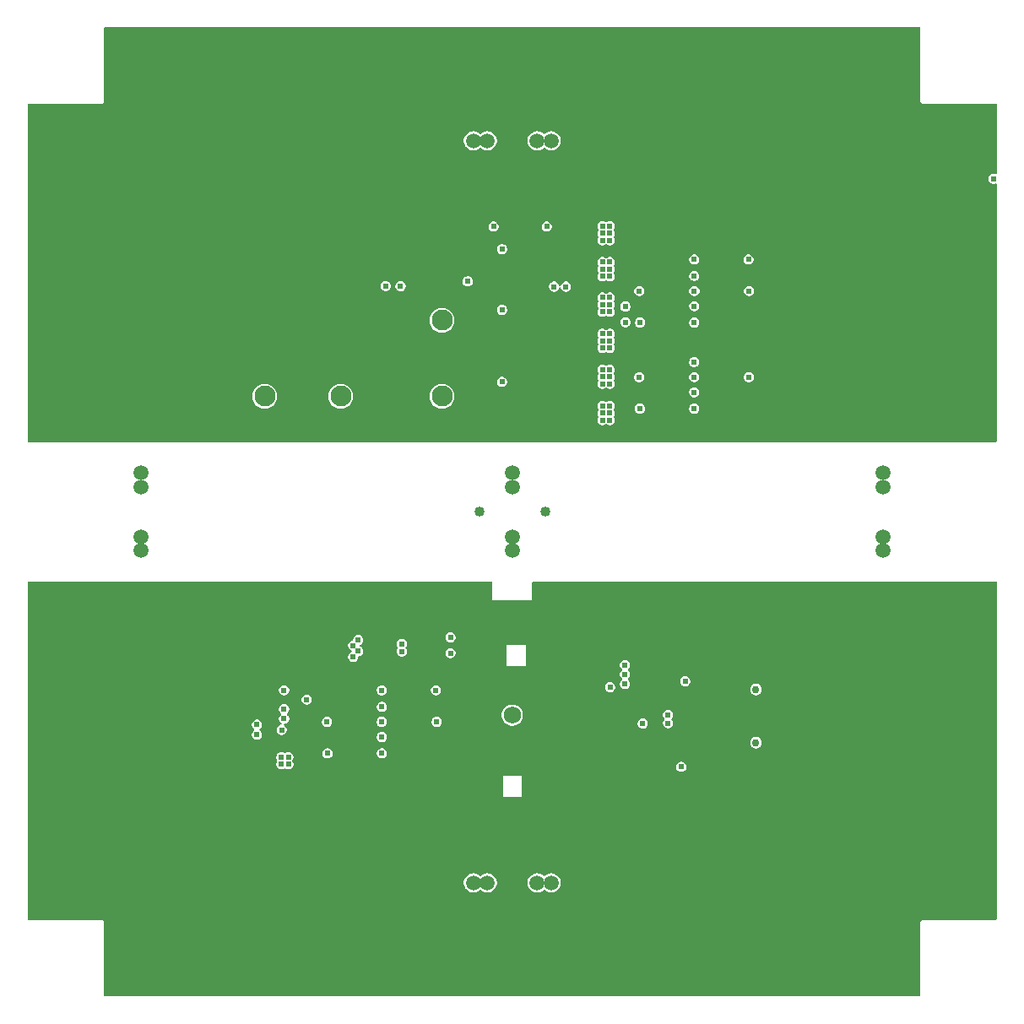
<source format=gbr>
%TF.GenerationSoftware,KiCad,Pcbnew,9.0.1*%
%TF.CreationDate,2025-06-25T17:25:18-04:00*%
%TF.ProjectId,-Z,2d5a2e6b-6963-4616-945f-706362585858,rev?*%
%TF.SameCoordinates,Original*%
%TF.FileFunction,Copper,L5,Inr*%
%TF.FilePolarity,Positive*%
%FSLAX46Y46*%
G04 Gerber Fmt 4.6, Leading zero omitted, Abs format (unit mm)*
G04 Created by KiCad (PCBNEW 9.0.1) date 2025-06-25 17:25:18*
%MOMM*%
%LPD*%
G01*
G04 APERTURE LIST*
%TA.AperFunction,ComponentPad*%
%ADD10C,0.762000*%
%TD*%
%TA.AperFunction,ComponentPad*%
%ADD11C,3.800000*%
%TD*%
%TA.AperFunction,ComponentPad*%
%ADD12C,1.500000*%
%TD*%
%TA.AperFunction,ComponentPad*%
%ADD13C,1.727200*%
%TD*%
%TA.AperFunction,ComponentPad*%
%ADD14C,2.100000*%
%TD*%
%TA.AperFunction,ViaPad*%
%ADD15C,0.609600*%
%TD*%
%TA.AperFunction,ViaPad*%
%ADD16C,1.016000*%
%TD*%
%TA.AperFunction,ViaPad*%
%ADD17C,0.762000*%
%TD*%
G04 APERTURE END LIST*
D10*
%TO.N,GND*%
%TO.C,H2*%
X144200001Y-145800000D03*
X143555751Y-147355750D03*
X143555751Y-144244250D03*
X142000001Y-148000000D03*
D11*
X142000001Y-145800000D03*
D10*
X142000001Y-143600000D03*
X140444251Y-147355750D03*
X140444251Y-144244250D03*
X139800001Y-145800000D03*
%TD*%
D12*
%TO.N,/Burn Wires/VBURN3*%
%TO.C,JP5*%
X164000001Y-96100000D03*
X164000001Y-97499999D03*
%TO.N,Net-(JP5-B)*%
X164000001Y-102499999D03*
X164000001Y-103899998D03*
%TD*%
D10*
%TO.N,GND*%
%TO.C,H8*%
X212000000Y-121999999D03*
X211355750Y-123555749D03*
X211355750Y-120444249D03*
X209800000Y-124199999D03*
D11*
X209800000Y-121999999D03*
D10*
X209800000Y-119799999D03*
X208244250Y-123555749D03*
X208244250Y-120444249D03*
X207600000Y-121999999D03*
%TD*%
%TO.N,GND*%
%TO.C,H5*%
X144200001Y-54200000D03*
X143555751Y-55755750D03*
X143555751Y-52644250D03*
X142000001Y-56400000D03*
D11*
X142000001Y-54200000D03*
D10*
X142000001Y-52000000D03*
X140444251Y-55755750D03*
X140444251Y-52644250D03*
X139800001Y-54200000D03*
%TD*%
%TO.N,GND*%
%TO.C,H7*%
X212000000Y-78000000D03*
X211355750Y-79555750D03*
X211355750Y-76444250D03*
X209800000Y-80200000D03*
D11*
X209800000Y-78000000D03*
D10*
X209800000Y-75800000D03*
X208244250Y-79555750D03*
X208244250Y-76444250D03*
X207600000Y-78000000D03*
%TD*%
D13*
%TO.N,/Interfaces/GPS*%
%TO.C,AE3*%
X164000000Y-120400000D03*
%TD*%
D12*
%TO.N,/Burn Wires/VBURN1*%
%TO.C,JP1*%
X167900000Y-62789000D03*
X166500001Y-62789000D03*
%TO.N,Net-(JP1-B)*%
X161500001Y-62789000D03*
X160100002Y-62789000D03*
%TD*%
D10*
%TO.N,GND*%
%TO.C,H4*%
X120400001Y-78000000D03*
X119755751Y-79555750D03*
X119755751Y-76444250D03*
X118200001Y-80200000D03*
D11*
X118200001Y-78000000D03*
D10*
X118200001Y-75800000D03*
X116644251Y-79555750D03*
X116644251Y-76444250D03*
X116000001Y-78000000D03*
%TD*%
%TO.N,GND*%
%TO.C,H3*%
X120400001Y-121999999D03*
X119755751Y-123555749D03*
X119755751Y-120444249D03*
X118200001Y-124199999D03*
D11*
X118200001Y-121999999D03*
D10*
X118200001Y-119799999D03*
X116644251Y-123555749D03*
X116644251Y-120444249D03*
X116000001Y-121999999D03*
%TD*%
D12*
%TO.N,Net-(JP3-B)*%
%TO.C,JP4*%
X126789000Y-103899999D03*
X126789000Y-102500000D03*
%TO.N,Net-(JP4-B)*%
X126789000Y-97500000D03*
X126789000Y-96100001D03*
%TD*%
D10*
%TO.N,GND*%
%TO.C,H1*%
X188200000Y-145800000D03*
X187555750Y-147355750D03*
X187555750Y-144244250D03*
X186000000Y-148000000D03*
D11*
X186000000Y-145800000D03*
D10*
X186000000Y-143600000D03*
X184444250Y-147355750D03*
X184444250Y-144244250D03*
X183800000Y-145800000D03*
%TD*%
%TO.N,GND*%
%TO.C,H6*%
X188200000Y-54200000D03*
X187555750Y-55755750D03*
X187555750Y-52644250D03*
X186000000Y-56400000D03*
D11*
X186000000Y-54200000D03*
D10*
X186000000Y-52000000D03*
X184444250Y-55755750D03*
X184444250Y-52644250D03*
X183800000Y-54200000D03*
%TD*%
D14*
%TO.N,/Burn Wires/VBURN_A_IN*%
%TO.C,U2*%
X146793600Y-88417600D03*
%TO.N,GND*%
X139173600Y-80797600D03*
%TO.N,VBATT*%
X139173600Y-88417600D03*
X156953600Y-88417600D03*
%TO.N,Net-(D1-A)*%
X156953600Y-80797600D03*
%TD*%
D12*
%TO.N,/Burn Wires/VBURN2*%
%TO.C,JP3*%
X201211001Y-97500000D03*
X201211001Y-96100001D03*
%TO.N,Net-(JP3-B)*%
X201211001Y-103899999D03*
X201211001Y-102500000D03*
%TD*%
%TO.N,Net-(JP1-B)*%
%TO.C,JP2*%
X161500001Y-137211000D03*
X160100002Y-137211000D03*
%TO.N,Net-(JP2-B)*%
X167900000Y-137211000D03*
X166500001Y-137211000D03*
%TD*%
D15*
%TO.N,GND*%
X161400000Y-128372600D03*
X165100000Y-110900000D03*
X162900000Y-113000000D03*
X163600000Y-111600000D03*
X162200000Y-125972600D03*
X162200000Y-129172600D03*
X165100000Y-115900000D03*
X165000001Y-125972600D03*
X185670201Y-121018798D03*
X165800000Y-125972600D03*
X165500000Y-121200000D03*
X162500000Y-119600000D03*
X163000001Y-121968599D03*
X166600000Y-126772600D03*
X166600000Y-128372600D03*
X164400000Y-115900000D03*
X163000001Y-125171799D03*
X152888399Y-123395400D03*
X163000001Y-125972600D03*
X165000001Y-122769399D03*
X162900000Y-110900000D03*
X164000000Y-118600000D03*
X162925001Y-113756200D03*
X184243801Y-80213400D03*
X165100000Y-111600000D03*
X163000000Y-118900000D03*
X165000001Y-124370999D03*
X165000000Y-118900000D03*
X162900000Y-111600000D03*
X164000000Y-129172600D03*
X161400000Y-125972600D03*
X163600000Y-110900000D03*
X165875001Y-114391200D03*
X165875001Y-115026200D03*
X163000001Y-122769399D03*
X148920200Y-118719600D03*
X165800000Y-112300000D03*
X165800000Y-111600000D03*
X162925001Y-114391200D03*
X165000001Y-121968599D03*
X162200000Y-120400000D03*
X163000001Y-123570199D03*
X166600000Y-127572600D03*
X162925001Y-115026200D03*
X165000001Y-125171799D03*
X161400000Y-127572600D03*
X162900000Y-115900000D03*
X163000000Y-129172600D03*
X162500000Y-121200000D03*
X162900000Y-110200000D03*
X166600000Y-125972600D03*
X165500000Y-119600000D03*
X165000000Y-129172600D03*
X179265400Y-84379000D03*
X165800000Y-120400000D03*
X165000001Y-123570199D03*
X182165000Y-120497799D03*
X163000001Y-124370999D03*
X161400000Y-129172600D03*
X161400000Y-126772600D03*
X165875001Y-113756200D03*
X165900000Y-115900000D03*
X162900000Y-112300000D03*
X163703000Y-115900000D03*
X165800000Y-113000000D03*
X184228800Y-88820999D03*
X165800000Y-129172600D03*
X180281401Y-75514399D03*
X166600000Y-129172600D03*
D16*
%TO.N,Net-(AE1-Pad1)*%
X167300000Y-100000000D03*
%TO.N,Net-(AE2-Pad1)*%
X160700000Y-99999999D03*
D15*
%TO.N,BURN_RELAY_A*%
X148556800Y-112852399D03*
X152798600Y-77380800D03*
%TO.N,SDA*%
X182237201Y-89661200D03*
X182252200Y-74699600D03*
X141114601Y-119796799D03*
X150917600Y-124230600D03*
%TO.N,SCL*%
X150917599Y-117907000D03*
X182252201Y-81023200D03*
X141114601Y-117896800D03*
%TO.N,/Burn Wires/VBURN1*%
X173042401Y-74955600D03*
X173779001Y-74955600D03*
X173779000Y-76378000D03*
X173779001Y-75666799D03*
X173042400Y-76378000D03*
X173042401Y-75666799D03*
%TO.N,/Burn Wires/VBURN2*%
X173042400Y-83566200D03*
X173779001Y-82143800D03*
X173779000Y-83566200D03*
X173042401Y-82143800D03*
X173779001Y-82854999D03*
X173042401Y-82854999D03*
%TO.N,/Burn Wires/VBURN3*%
X173042400Y-90805200D03*
X173042401Y-89382800D03*
X173779000Y-89382799D03*
X173779001Y-90093999D03*
X173779000Y-90805200D03*
X173042401Y-90093999D03*
%TO.N,SCL_M*%
X182237200Y-84987599D03*
X179625001Y-120370803D03*
%TO.N,SDA_M*%
X182237200Y-88011199D03*
X179625001Y-121209000D03*
%TO.N,SCL_IO*%
X150926600Y-119565999D03*
X152925600Y-113258796D03*
%TO.N,BURN_EN1*%
X162984001Y-73660200D03*
X148048800Y-114554200D03*
%TO.N,BURN_EN2*%
X162984001Y-79743000D03*
X148559567Y-113977544D03*
%TO.N,SDA_IO*%
X152925600Y-114020800D03*
X150917599Y-122580599D03*
%TO.N,BURN_EN3*%
X148044222Y-113416236D03*
X162984001Y-86982000D03*
%TO.N,/Light Sensor/LS_3V3*%
X182262601Y-77861400D03*
X187687802Y-74699600D03*
X187750800Y-77861400D03*
X176753600Y-77861399D03*
X159529601Y-76885999D03*
X176816600Y-81023200D03*
X175353801Y-80985701D03*
%TO.N,COIL_DRIVER_EN*%
X141114601Y-120751799D03*
X173812200Y-117589800D03*
%TO.N,/GPIO Expander/GE_3V3*%
X145418999Y-121068800D03*
X157802401Y-114173301D03*
X156416200Y-121068800D03*
X156353200Y-117907000D03*
X150907199Y-121068799D03*
X145482000Y-124230600D03*
%TO.N,/Burn Wires/VBURN_A_IN*%
X151300001Y-77355399D03*
X173779001Y-71348799D03*
X173779000Y-78511599D03*
X173779000Y-87173000D03*
X173779000Y-72771199D03*
X173779001Y-79222800D03*
X173779000Y-79934000D03*
X173042401Y-71348799D03*
X173779001Y-86461800D03*
X173042401Y-86461800D03*
X173042400Y-72060000D03*
X173042401Y-87172999D03*
X173042401Y-79933999D03*
X173779000Y-72060000D03*
X173042400Y-78511599D03*
X173042401Y-72771200D03*
X173779000Y-85750600D03*
X173042400Y-85750600D03*
X173042401Y-79222800D03*
%TO.N,3V3_P*%
X175353801Y-79410698D03*
X138398801Y-122359991D03*
X180945800Y-125590000D03*
X138398801Y-121359989D03*
X177085200Y-121234401D03*
X181340000Y-116992600D03*
X176738601Y-86499399D03*
X140873001Y-121869400D03*
X157802401Y-112598298D03*
X187735801Y-86499399D03*
X143389601Y-118846800D03*
X176801600Y-89661200D03*
X182247600Y-86499399D03*
%TO.N,VBATT_M*%
X175308401Y-116306800D03*
X175308400Y-115375902D03*
X140835201Y-124612600D03*
X175308401Y-117246600D03*
X141546400Y-125323799D03*
X141546400Y-124612600D03*
X140835201Y-125323799D03*
%TO.N,/Light Sensor/I2C Protection/DEVICE*%
X182252201Y-76349600D03*
X169384801Y-77419400D03*
%TO.N,/Light Sensor/I2C Protection1/DEVICE*%
X182252201Y-79373200D03*
X168191001Y-77419400D03*
%TO.N,/Light Sensor/ADDR*%
X162118879Y-71401124D03*
X167454400Y-71399599D03*
D17*
%TO.N,/Coil Driver/coil*%
X188438800Y-123164801D03*
X188438801Y-117830802D03*
D15*
X212285401Y-66599000D03*
%TD*%
%TA.AperFunction,Conductor*%
%TO.N,GND*%
G36*
X161958531Y-107019213D02*
G01*
X161995076Y-107069513D01*
X162000000Y-107100600D01*
X162000000Y-108860399D01*
X166000000Y-108860399D01*
X166000000Y-107100600D01*
X166019213Y-107041469D01*
X166069513Y-107004924D01*
X166100600Y-107000000D01*
X212522981Y-107000000D01*
X212582112Y-107019213D01*
X212618657Y-107069513D01*
X212623581Y-107100600D01*
X212623581Y-140822980D01*
X212604368Y-140882111D01*
X212554068Y-140918656D01*
X212522981Y-140923580D01*
X205250441Y-140923580D01*
X205154705Y-140949233D01*
X205068876Y-140998787D01*
X205068875Y-140998788D01*
X205068874Y-140998789D01*
X204998790Y-141068873D01*
X204998789Y-141068874D01*
X204998788Y-141068875D01*
X204949234Y-141154704D01*
X204923581Y-141250440D01*
X204923580Y-141250443D01*
X204923580Y-148522980D01*
X204904367Y-148582111D01*
X204854067Y-148618656D01*
X204822980Y-148623580D01*
X123177021Y-148623580D01*
X123117890Y-148604367D01*
X123081345Y-148554067D01*
X123076421Y-148522980D01*
X123076420Y-141250443D01*
X123076419Y-141250440D01*
X123050766Y-141154704D01*
X123001212Y-141068875D01*
X123001211Y-141068873D01*
X122931127Y-140998789D01*
X122931124Y-140998787D01*
X122845295Y-140949233D01*
X122749559Y-140923580D01*
X122749557Y-140923580D01*
X115477020Y-140923580D01*
X115417889Y-140904367D01*
X115381344Y-140854067D01*
X115376420Y-140822980D01*
X115376420Y-137117069D01*
X159146302Y-137117069D01*
X159146302Y-137304930D01*
X159182952Y-137489186D01*
X159254842Y-137662743D01*
X159254846Y-137662751D01*
X159296819Y-137725567D01*
X159359214Y-137818949D01*
X159492053Y-137951788D01*
X159595246Y-138020739D01*
X159648250Y-138056155D01*
X159648252Y-138056156D01*
X159648255Y-138056158D01*
X159735036Y-138092104D01*
X159821815Y-138128049D01*
X159821816Y-138128049D01*
X159821818Y-138128050D01*
X160006071Y-138164700D01*
X160006072Y-138164700D01*
X160193932Y-138164700D01*
X160193933Y-138164700D01*
X160378186Y-138128050D01*
X160551749Y-138056158D01*
X160707951Y-137951788D01*
X160728865Y-137930874D01*
X160784262Y-137902646D01*
X160845671Y-137912371D01*
X160871136Y-137930872D01*
X160892052Y-137951788D01*
X160995245Y-138020739D01*
X161048249Y-138056155D01*
X161048251Y-138056156D01*
X161048254Y-138056158D01*
X161135035Y-138092104D01*
X161221814Y-138128049D01*
X161221815Y-138128049D01*
X161221817Y-138128050D01*
X161406070Y-138164700D01*
X161406071Y-138164700D01*
X161593931Y-138164700D01*
X161593932Y-138164700D01*
X161778185Y-138128050D01*
X161951748Y-138056158D01*
X162107950Y-137951788D01*
X162240789Y-137818949D01*
X162345159Y-137662747D01*
X162417051Y-137489184D01*
X162453701Y-137304931D01*
X162453701Y-137117069D01*
X165546301Y-137117069D01*
X165546301Y-137304930D01*
X165582951Y-137489186D01*
X165654841Y-137662743D01*
X165654845Y-137662751D01*
X165696818Y-137725567D01*
X165759213Y-137818949D01*
X165892052Y-137951788D01*
X165995245Y-138020739D01*
X166048249Y-138056155D01*
X166048251Y-138056156D01*
X166048254Y-138056158D01*
X166135035Y-138092104D01*
X166221814Y-138128049D01*
X166221815Y-138128049D01*
X166221817Y-138128050D01*
X166406070Y-138164700D01*
X166406071Y-138164700D01*
X166593931Y-138164700D01*
X166593932Y-138164700D01*
X166778185Y-138128050D01*
X166951748Y-138056158D01*
X167107950Y-137951788D01*
X167128864Y-137930874D01*
X167184261Y-137902646D01*
X167245670Y-137912371D01*
X167271135Y-137930872D01*
X167292051Y-137951788D01*
X167395244Y-138020739D01*
X167448248Y-138056155D01*
X167448250Y-138056156D01*
X167448253Y-138056158D01*
X167535034Y-138092104D01*
X167621813Y-138128049D01*
X167621814Y-138128049D01*
X167621816Y-138128050D01*
X167806069Y-138164700D01*
X167806070Y-138164700D01*
X167993930Y-138164700D01*
X167993931Y-138164700D01*
X168178184Y-138128050D01*
X168351747Y-138056158D01*
X168507949Y-137951788D01*
X168640788Y-137818949D01*
X168745158Y-137662747D01*
X168817050Y-137489184D01*
X168853700Y-137304931D01*
X168853700Y-137117069D01*
X168817050Y-136932816D01*
X168745158Y-136759253D01*
X168640788Y-136603051D01*
X168507949Y-136470212D01*
X168456352Y-136435736D01*
X168351751Y-136365844D01*
X168351743Y-136365840D01*
X168178186Y-136293950D01*
X168055348Y-136269516D01*
X167993931Y-136257300D01*
X167806069Y-136257300D01*
X167760005Y-136266462D01*
X167621813Y-136293950D01*
X167448256Y-136365840D01*
X167448248Y-136365844D01*
X167292050Y-136470213D01*
X167292042Y-136470218D01*
X167271133Y-136491128D01*
X167215735Y-136519354D01*
X167154327Y-136509626D01*
X167128865Y-136491127D01*
X167107951Y-136470213D01*
X166951752Y-136365844D01*
X166951744Y-136365840D01*
X166778187Y-136293950D01*
X166655349Y-136269516D01*
X166593932Y-136257300D01*
X166406070Y-136257300D01*
X166360006Y-136266462D01*
X166221814Y-136293950D01*
X166048257Y-136365840D01*
X166048249Y-136365844D01*
X165923037Y-136449508D01*
X165892052Y-136470212D01*
X165892051Y-136470213D01*
X165892050Y-136470213D01*
X165759214Y-136603049D01*
X165759214Y-136603050D01*
X165654845Y-136759248D01*
X165654841Y-136759256D01*
X165582951Y-136932813D01*
X165546301Y-137117069D01*
X162453701Y-137117069D01*
X162417051Y-136932816D01*
X162345159Y-136759253D01*
X162240789Y-136603051D01*
X162107950Y-136470212D01*
X162056353Y-136435736D01*
X161951752Y-136365844D01*
X161951744Y-136365840D01*
X161778187Y-136293950D01*
X161655349Y-136269516D01*
X161593932Y-136257300D01*
X161406070Y-136257300D01*
X161360006Y-136266462D01*
X161221814Y-136293950D01*
X161048257Y-136365840D01*
X161048249Y-136365844D01*
X160892051Y-136470213D01*
X160892043Y-136470218D01*
X160871134Y-136491128D01*
X160815736Y-136519354D01*
X160754328Y-136509626D01*
X160728866Y-136491127D01*
X160707952Y-136470213D01*
X160551753Y-136365844D01*
X160551745Y-136365840D01*
X160378188Y-136293950D01*
X160255350Y-136269516D01*
X160193933Y-136257300D01*
X160006071Y-136257300D01*
X159960007Y-136266462D01*
X159821815Y-136293950D01*
X159648258Y-136365840D01*
X159648250Y-136365844D01*
X159523038Y-136449508D01*
X159492053Y-136470212D01*
X159492052Y-136470213D01*
X159492051Y-136470213D01*
X159359215Y-136603049D01*
X159359215Y-136603050D01*
X159254846Y-136759248D01*
X159254842Y-136759256D01*
X159182952Y-136932813D01*
X159146302Y-137117069D01*
X115376420Y-137117069D01*
X115376420Y-128597599D01*
X163050001Y-128597599D01*
X164950001Y-128597599D01*
X164950001Y-126507599D01*
X163050001Y-126507599D01*
X163050001Y-128597599D01*
X115376420Y-128597599D01*
X115376420Y-124545649D01*
X140326701Y-124545649D01*
X140326701Y-124679550D01*
X140361352Y-124808870D01*
X140361354Y-124808875D01*
X140424300Y-124917899D01*
X140437227Y-124978714D01*
X140424300Y-125018499D01*
X140361354Y-125127523D01*
X140361352Y-125127528D01*
X140326701Y-125256848D01*
X140326701Y-125390749D01*
X140361352Y-125520069D01*
X140361352Y-125520070D01*
X140363076Y-125523056D01*
X140428300Y-125636025D01*
X140522975Y-125730700D01*
X140638927Y-125797646D01*
X140638929Y-125797647D01*
X140768250Y-125832298D01*
X140768254Y-125832298D01*
X140768256Y-125832299D01*
X140768258Y-125832299D01*
X140902144Y-125832299D01*
X140902146Y-125832299D01*
X140902148Y-125832298D01*
X140902151Y-125832298D01*
X141031471Y-125797647D01*
X141031472Y-125797647D01*
X141031472Y-125797646D01*
X141031475Y-125797646D01*
X141140501Y-125734698D01*
X141201314Y-125721772D01*
X141241099Y-125734698D01*
X141350126Y-125797646D01*
X141350128Y-125797647D01*
X141479449Y-125832298D01*
X141479453Y-125832298D01*
X141479455Y-125832299D01*
X141479457Y-125832299D01*
X141613343Y-125832299D01*
X141613345Y-125832299D01*
X141613347Y-125832298D01*
X141613350Y-125832298D01*
X141742670Y-125797647D01*
X141742671Y-125797647D01*
X141742671Y-125797646D01*
X141742674Y-125797646D01*
X141858626Y-125730700D01*
X141953301Y-125636025D01*
X142018529Y-125523049D01*
X180437300Y-125523049D01*
X180437300Y-125656950D01*
X180471951Y-125786270D01*
X180471951Y-125786271D01*
X180478519Y-125797647D01*
X180538899Y-125902226D01*
X180633574Y-125996901D01*
X180749526Y-126063847D01*
X180749528Y-126063848D01*
X180878849Y-126098499D01*
X180878853Y-126098499D01*
X180878855Y-126098500D01*
X180878857Y-126098500D01*
X181012743Y-126098500D01*
X181012745Y-126098500D01*
X181012747Y-126098499D01*
X181012750Y-126098499D01*
X181142070Y-126063848D01*
X181142071Y-126063848D01*
X181142071Y-126063847D01*
X181142074Y-126063847D01*
X181258026Y-125996901D01*
X181352701Y-125902226D01*
X181419647Y-125786274D01*
X181454300Y-125656945D01*
X181454300Y-125523055D01*
X181454299Y-125523053D01*
X181454299Y-125523049D01*
X181419648Y-125393729D01*
X181419648Y-125393728D01*
X181352700Y-125277773D01*
X181258026Y-125183099D01*
X181142071Y-125116151D01*
X181012750Y-125081500D01*
X181012745Y-125081500D01*
X180878855Y-125081500D01*
X180878849Y-125081500D01*
X180749529Y-125116151D01*
X180749528Y-125116151D01*
X180633573Y-125183099D01*
X180538899Y-125277773D01*
X180471951Y-125393728D01*
X180471951Y-125393729D01*
X180437300Y-125523049D01*
X142018529Y-125523049D01*
X142020247Y-125520073D01*
X142020975Y-125517354D01*
X142028192Y-125490424D01*
X142054899Y-125390749D01*
X142054900Y-125390742D01*
X142054900Y-125256855D01*
X142054899Y-125256848D01*
X142020248Y-125127528D01*
X142020248Y-125127527D01*
X141957300Y-125018500D01*
X141944373Y-124957684D01*
X141957300Y-124917899D01*
X142020247Y-124808874D01*
X142038943Y-124739099D01*
X142054899Y-124679550D01*
X142054900Y-124679543D01*
X142054900Y-124545656D01*
X142054899Y-124545649D01*
X142020248Y-124416329D01*
X142020248Y-124416328D01*
X141953300Y-124300373D01*
X141858626Y-124205699D01*
X141785795Y-124163649D01*
X144973500Y-124163649D01*
X144973500Y-124297550D01*
X145008151Y-124426870D01*
X145008151Y-124426871D01*
X145008153Y-124426874D01*
X145075099Y-124542826D01*
X145169774Y-124637501D01*
X145242604Y-124679550D01*
X145285728Y-124704448D01*
X145415049Y-124739099D01*
X145415053Y-124739099D01*
X145415055Y-124739100D01*
X145415057Y-124739100D01*
X145548943Y-124739100D01*
X145548945Y-124739100D01*
X145548947Y-124739099D01*
X145548950Y-124739099D01*
X145678270Y-124704448D01*
X145678271Y-124704448D01*
X145678271Y-124704447D01*
X145678274Y-124704447D01*
X145794226Y-124637501D01*
X145888901Y-124542826D01*
X145955847Y-124426874D01*
X145989742Y-124300374D01*
X145990499Y-124297550D01*
X145990500Y-124297543D01*
X145990500Y-124163656D01*
X145990499Y-124163649D01*
X150409100Y-124163649D01*
X150409100Y-124297550D01*
X150443751Y-124426870D01*
X150443751Y-124426871D01*
X150443753Y-124426874D01*
X150510699Y-124542826D01*
X150605374Y-124637501D01*
X150678204Y-124679550D01*
X150721328Y-124704448D01*
X150850649Y-124739099D01*
X150850653Y-124739099D01*
X150850655Y-124739100D01*
X150850657Y-124739100D01*
X150984543Y-124739100D01*
X150984545Y-124739100D01*
X150984547Y-124739099D01*
X150984550Y-124739099D01*
X151113870Y-124704448D01*
X151113871Y-124704448D01*
X151113871Y-124704447D01*
X151113874Y-124704447D01*
X151229826Y-124637501D01*
X151324501Y-124542826D01*
X151391447Y-124426874D01*
X151425342Y-124300374D01*
X151426099Y-124297550D01*
X151426100Y-124297543D01*
X151426100Y-124163656D01*
X151426099Y-124163649D01*
X151391448Y-124034329D01*
X151391448Y-124034328D01*
X151324500Y-123918373D01*
X151229826Y-123823699D01*
X151113871Y-123756751D01*
X150984550Y-123722100D01*
X150984545Y-123722100D01*
X150850655Y-123722100D01*
X150850649Y-123722100D01*
X150721329Y-123756751D01*
X150721328Y-123756751D01*
X150605373Y-123823699D01*
X150510699Y-123918373D01*
X150443751Y-124034328D01*
X150443751Y-124034329D01*
X150409100Y-124163649D01*
X145990499Y-124163649D01*
X145955848Y-124034329D01*
X145955848Y-124034328D01*
X145888900Y-123918373D01*
X145794226Y-123823699D01*
X145678271Y-123756751D01*
X145548950Y-123722100D01*
X145548945Y-123722100D01*
X145415055Y-123722100D01*
X145415049Y-123722100D01*
X145285729Y-123756751D01*
X145285728Y-123756751D01*
X145169773Y-123823699D01*
X145075099Y-123918373D01*
X145008151Y-124034328D01*
X145008151Y-124034329D01*
X144973500Y-124163649D01*
X141785795Y-124163649D01*
X141742671Y-124138751D01*
X141613350Y-124104100D01*
X141613345Y-124104100D01*
X141479455Y-124104100D01*
X141479449Y-124104100D01*
X141350129Y-124138751D01*
X141350124Y-124138753D01*
X141241100Y-124201699D01*
X141180285Y-124214626D01*
X141140500Y-124201699D01*
X141031476Y-124138753D01*
X141031471Y-124138751D01*
X140902151Y-124104100D01*
X140902146Y-124104100D01*
X140768256Y-124104100D01*
X140768250Y-124104100D01*
X140638930Y-124138751D01*
X140638929Y-124138751D01*
X140522974Y-124205699D01*
X140428300Y-124300373D01*
X140361352Y-124416328D01*
X140361352Y-124416329D01*
X140326701Y-124545649D01*
X115376420Y-124545649D01*
X115376420Y-121293038D01*
X137890301Y-121293038D01*
X137890301Y-121426939D01*
X137924952Y-121556259D01*
X137924952Y-121556260D01*
X137991900Y-121672215D01*
X138086576Y-121766891D01*
X138096930Y-121772869D01*
X138138532Y-121819074D01*
X138145029Y-121880908D01*
X138113941Y-121934752D01*
X138096930Y-121947111D01*
X138086576Y-121953088D01*
X138086575Y-121953090D01*
X137991900Y-122047764D01*
X137924952Y-122163719D01*
X137924952Y-122163720D01*
X137890301Y-122293040D01*
X137890301Y-122426941D01*
X137924952Y-122556261D01*
X137924952Y-122556262D01*
X137977654Y-122647542D01*
X137991900Y-122672217D01*
X138086575Y-122766892D01*
X138153942Y-122805787D01*
X138202529Y-122833839D01*
X138331850Y-122868490D01*
X138331854Y-122868490D01*
X138331856Y-122868491D01*
X138331858Y-122868491D01*
X138465744Y-122868491D01*
X138465746Y-122868491D01*
X138465748Y-122868490D01*
X138465751Y-122868490D01*
X138595071Y-122833839D01*
X138595072Y-122833839D01*
X138595072Y-122833838D01*
X138595075Y-122833838D01*
X138711027Y-122766892D01*
X138805702Y-122672217D01*
X138872648Y-122556265D01*
X138884065Y-122513655D01*
X138884067Y-122513648D01*
X150409099Y-122513648D01*
X150409099Y-122647549D01*
X150443750Y-122776869D01*
X150443750Y-122776870D01*
X150510698Y-122892825D01*
X150605373Y-122987500D01*
X150721325Y-123054446D01*
X150721327Y-123054447D01*
X150850648Y-123089098D01*
X150850652Y-123089098D01*
X150850654Y-123089099D01*
X150850656Y-123089099D01*
X150984542Y-123089099D01*
X150984544Y-123089099D01*
X150984546Y-123089098D01*
X150984549Y-123089098D01*
X150989315Y-123087821D01*
X187854100Y-123087821D01*
X187854100Y-123241780D01*
X187893948Y-123390490D01*
X187970924Y-123523815D01*
X188079785Y-123632676D01*
X188079784Y-123632676D01*
X188213110Y-123709652D01*
X188213111Y-123709652D01*
X188213114Y-123709654D01*
X188361823Y-123749501D01*
X188361825Y-123749501D01*
X188515775Y-123749501D01*
X188515777Y-123749501D01*
X188664486Y-123709654D01*
X188797814Y-123632677D01*
X188906676Y-123523815D01*
X188983653Y-123390487D01*
X189023500Y-123241778D01*
X189023500Y-123087824D01*
X188983653Y-122939115D01*
X188906676Y-122805787D01*
X188797814Y-122696925D01*
X188797815Y-122696925D01*
X188664489Y-122619949D01*
X188664486Y-122619948D01*
X188624644Y-122609272D01*
X188515779Y-122580101D01*
X188515777Y-122580101D01*
X188361823Y-122580101D01*
X188361820Y-122580101D01*
X188213110Y-122619949D01*
X188079785Y-122696925D01*
X187970924Y-122805786D01*
X187893948Y-122939111D01*
X187854100Y-123087821D01*
X150989315Y-123087821D01*
X151113869Y-123054447D01*
X151113870Y-123054447D01*
X151113870Y-123054446D01*
X151113873Y-123054446D01*
X151229825Y-122987500D01*
X151324500Y-122892825D01*
X151391446Y-122776873D01*
X151426099Y-122647544D01*
X151426099Y-122513654D01*
X151426098Y-122513652D01*
X151426098Y-122513648D01*
X151391447Y-122384328D01*
X151391447Y-122384327D01*
X151367729Y-122343247D01*
X151324500Y-122268373D01*
X151229825Y-122173698D01*
X151113873Y-122106752D01*
X151113870Y-122106750D01*
X150984549Y-122072099D01*
X150984544Y-122072099D01*
X150850654Y-122072099D01*
X150850648Y-122072099D01*
X150721328Y-122106750D01*
X150721327Y-122106750D01*
X150605372Y-122173698D01*
X150510698Y-122268372D01*
X150443750Y-122384327D01*
X150443750Y-122384328D01*
X150409099Y-122513648D01*
X138884067Y-122513648D01*
X138892809Y-122481023D01*
X138907300Y-122426941D01*
X138907301Y-122426934D01*
X138907301Y-122293047D01*
X138907300Y-122293040D01*
X138872649Y-122163720D01*
X138872649Y-122163719D01*
X138872648Y-122163717D01*
X138805702Y-122047765D01*
X138711027Y-121953090D01*
X138711022Y-121953086D01*
X138700674Y-121947112D01*
X138659071Y-121900908D01*
X138652571Y-121839075D01*
X138673717Y-121802449D01*
X140364501Y-121802449D01*
X140364501Y-121936350D01*
X140399152Y-122065670D01*
X140399152Y-122065671D01*
X140422871Y-122106752D01*
X140466100Y-122181626D01*
X140560775Y-122276301D01*
X140676727Y-122343247D01*
X140676729Y-122343248D01*
X140806050Y-122377899D01*
X140806054Y-122377899D01*
X140806056Y-122377900D01*
X140806058Y-122377900D01*
X140939944Y-122377900D01*
X140939946Y-122377900D01*
X140939948Y-122377899D01*
X140939951Y-122377899D01*
X141069271Y-122343248D01*
X141069272Y-122343248D01*
X141069272Y-122343247D01*
X141069275Y-122343247D01*
X141185227Y-122276301D01*
X141279902Y-122181626D01*
X141346848Y-122065674D01*
X141352893Y-122043112D01*
X141381500Y-121936350D01*
X141381501Y-121936343D01*
X141381501Y-121802456D01*
X141381500Y-121802449D01*
X141346849Y-121673129D01*
X141346849Y-121673128D01*
X141328474Y-121641302D01*
X141279902Y-121557174D01*
X141185227Y-121462499D01*
X141185225Y-121462497D01*
X141155185Y-121445153D01*
X141113583Y-121398947D01*
X141107086Y-121337114D01*
X141138174Y-121283270D01*
X141179451Y-121260860D01*
X141181545Y-121260299D01*
X141181546Y-121260299D01*
X141310871Y-121225647D01*
X141310872Y-121225647D01*
X141310872Y-121225646D01*
X141310875Y-121225646D01*
X141426827Y-121158700D01*
X141521502Y-121064025D01*
X141557400Y-121001849D01*
X144910499Y-121001849D01*
X144910499Y-121135750D01*
X144945150Y-121265070D01*
X144945150Y-121265071D01*
X144956127Y-121284083D01*
X145012098Y-121381026D01*
X145106773Y-121475701D01*
X145222725Y-121542647D01*
X145222727Y-121542648D01*
X145352048Y-121577299D01*
X145352052Y-121577299D01*
X145352054Y-121577300D01*
X145352056Y-121577300D01*
X145485942Y-121577300D01*
X145485944Y-121577300D01*
X145485946Y-121577299D01*
X145485949Y-121577299D01*
X145615269Y-121542648D01*
X145615270Y-121542648D01*
X145615270Y-121542647D01*
X145615273Y-121542647D01*
X145731225Y-121475701D01*
X145825900Y-121381026D01*
X145892846Y-121265074D01*
X145903411Y-121225646D01*
X145927498Y-121135750D01*
X145927499Y-121135743D01*
X145927499Y-121001853D01*
X145927498Y-121001848D01*
X150398699Y-121001848D01*
X150398699Y-121135749D01*
X150433350Y-121265069D01*
X150433350Y-121265070D01*
X150479977Y-121345829D01*
X150500298Y-121381025D01*
X150594973Y-121475700D01*
X150594975Y-121475701D01*
X150710927Y-121542647D01*
X150840248Y-121577298D01*
X150840252Y-121577298D01*
X150840254Y-121577299D01*
X150840256Y-121577299D01*
X150974142Y-121577299D01*
X150974144Y-121577299D01*
X150974146Y-121577298D01*
X150974149Y-121577298D01*
X151088615Y-121546627D01*
X151103469Y-121542647D01*
X151103470Y-121542647D01*
X151103470Y-121542646D01*
X151103473Y-121542646D01*
X151219425Y-121475700D01*
X151314100Y-121381025D01*
X151381046Y-121265073D01*
X151408204Y-121163717D01*
X151415698Y-121135749D01*
X151415699Y-121135742D01*
X151415699Y-121001855D01*
X151415698Y-121001849D01*
X155907700Y-121001849D01*
X155907700Y-121135750D01*
X155942351Y-121265070D01*
X155942351Y-121265071D01*
X155953328Y-121284083D01*
X156009299Y-121381026D01*
X156103974Y-121475701D01*
X156219926Y-121542647D01*
X156219928Y-121542648D01*
X156349249Y-121577299D01*
X156349253Y-121577299D01*
X156349255Y-121577300D01*
X156349257Y-121577300D01*
X156483143Y-121577300D01*
X156483145Y-121577300D01*
X156483147Y-121577299D01*
X156483150Y-121577299D01*
X156612470Y-121542648D01*
X156612471Y-121542648D01*
X156612471Y-121542647D01*
X156612474Y-121542647D01*
X156728426Y-121475701D01*
X156823101Y-121381026D01*
X156890047Y-121265074D01*
X156900612Y-121225646D01*
X156924699Y-121135750D01*
X156924700Y-121135743D01*
X156924700Y-121001856D01*
X156924699Y-121001849D01*
X156890048Y-120872529D01*
X156890048Y-120872528D01*
X156883413Y-120861036D01*
X156823101Y-120756574D01*
X156728426Y-120661899D01*
X156612474Y-120594953D01*
X156612471Y-120594951D01*
X156483150Y-120560300D01*
X156483145Y-120560300D01*
X156349255Y-120560300D01*
X156349249Y-120560300D01*
X156219929Y-120594951D01*
X156219928Y-120594951D01*
X156103973Y-120661899D01*
X156009299Y-120756573D01*
X155942351Y-120872528D01*
X155942351Y-120872529D01*
X155907700Y-121001849D01*
X151415698Y-121001849D01*
X151415698Y-121001848D01*
X151381047Y-120872528D01*
X151381047Y-120872527D01*
X151374412Y-120861035D01*
X151314100Y-120756573D01*
X151219425Y-120661898D01*
X151103473Y-120594952D01*
X151103470Y-120594950D01*
X150974149Y-120560299D01*
X150974144Y-120560299D01*
X150840254Y-120560299D01*
X150840248Y-120560299D01*
X150710928Y-120594950D01*
X150710927Y-120594950D01*
X150594972Y-120661898D01*
X150500298Y-120756572D01*
X150433350Y-120872527D01*
X150433350Y-120872528D01*
X150398699Y-121001848D01*
X145927498Y-121001848D01*
X145892847Y-120872529D01*
X145892847Y-120872528D01*
X145886212Y-120861036D01*
X145825900Y-120756574D01*
X145731225Y-120661899D01*
X145615273Y-120594953D01*
X145615270Y-120594951D01*
X145485949Y-120560300D01*
X145485944Y-120560300D01*
X145352054Y-120560300D01*
X145352048Y-120560300D01*
X145222728Y-120594951D01*
X145222727Y-120594951D01*
X145106772Y-120661899D01*
X145012098Y-120756573D01*
X144945150Y-120872528D01*
X144945150Y-120872529D01*
X144910499Y-121001849D01*
X141557400Y-121001849D01*
X141588448Y-120948073D01*
X141595387Y-120922175D01*
X141623100Y-120818749D01*
X141623101Y-120818742D01*
X141623101Y-120684855D01*
X141623100Y-120684848D01*
X141588449Y-120555528D01*
X141588449Y-120555527D01*
X141559346Y-120505120D01*
X141521502Y-120439573D01*
X141427363Y-120345434D01*
X141401605Y-120294880D01*
X162932700Y-120294880D01*
X162932700Y-120505120D01*
X162945024Y-120567077D01*
X162973716Y-120711322D01*
X163054169Y-120905552D01*
X163054173Y-120905560D01*
X163170972Y-121080362D01*
X163319637Y-121229027D01*
X163494439Y-121345826D01*
X163494441Y-121345827D01*
X163494444Y-121345829D01*
X163529472Y-121360338D01*
X163688677Y-121426283D01*
X163688678Y-121426283D01*
X163688680Y-121426284D01*
X163894880Y-121467300D01*
X163894881Y-121467300D01*
X164105119Y-121467300D01*
X164105120Y-121467300D01*
X164311320Y-121426284D01*
X164505556Y-121345829D01*
X164680364Y-121229026D01*
X164741940Y-121167450D01*
X176576700Y-121167450D01*
X176576700Y-121301351D01*
X176611351Y-121430671D01*
X176611351Y-121430672D01*
X176637349Y-121475701D01*
X176678299Y-121546627D01*
X176772974Y-121641302D01*
X176844931Y-121682847D01*
X176888928Y-121708249D01*
X177018249Y-121742900D01*
X177018253Y-121742900D01*
X177018255Y-121742901D01*
X177018257Y-121742901D01*
X177152143Y-121742901D01*
X177152145Y-121742901D01*
X177152147Y-121742900D01*
X177152150Y-121742900D01*
X177281470Y-121708249D01*
X177281471Y-121708249D01*
X177281471Y-121708248D01*
X177281474Y-121708248D01*
X177397426Y-121641302D01*
X177492101Y-121546627D01*
X177559047Y-121430675D01*
X177572350Y-121381026D01*
X177593699Y-121301351D01*
X177593700Y-121301344D01*
X177593700Y-121167457D01*
X177593699Y-121167450D01*
X177559048Y-121038130D01*
X177559048Y-121038129D01*
X177544383Y-121012729D01*
X177492101Y-120922175D01*
X177397426Y-120827500D01*
X177332304Y-120789901D01*
X177281471Y-120760552D01*
X177152150Y-120725901D01*
X177152145Y-120725901D01*
X177018255Y-120725901D01*
X177018249Y-120725901D01*
X176888929Y-120760552D01*
X176888928Y-120760552D01*
X176772973Y-120827500D01*
X176678299Y-120922174D01*
X176611351Y-121038129D01*
X176611351Y-121038130D01*
X176576700Y-121167450D01*
X164741940Y-121167450D01*
X164829026Y-121080364D01*
X164945829Y-120905556D01*
X165026284Y-120711320D01*
X165067300Y-120505120D01*
X165067300Y-120303852D01*
X179116501Y-120303852D01*
X179116501Y-120437753D01*
X179151152Y-120567073D01*
X179151152Y-120567074D01*
X179218100Y-120683029D01*
X179253837Y-120718766D01*
X179282063Y-120774164D01*
X179272337Y-120835572D01*
X179253838Y-120861035D01*
X179218100Y-120896773D01*
X179151152Y-121012728D01*
X179151152Y-121012729D01*
X179116501Y-121142049D01*
X179116501Y-121275950D01*
X179151152Y-121405270D01*
X179151152Y-121405271D01*
X179191815Y-121475700D01*
X179218100Y-121521226D01*
X179312775Y-121615901D01*
X179428727Y-121682847D01*
X179428729Y-121682848D01*
X179558050Y-121717499D01*
X179558054Y-121717499D01*
X179558056Y-121717500D01*
X179558058Y-121717500D01*
X179691944Y-121717500D01*
X179691946Y-121717500D01*
X179691948Y-121717499D01*
X179691951Y-121717499D01*
X179821271Y-121682848D01*
X179821272Y-121682848D01*
X179821272Y-121682847D01*
X179821275Y-121682847D01*
X179937227Y-121615901D01*
X180031902Y-121521226D01*
X180098848Y-121405274D01*
X180126695Y-121301346D01*
X180133500Y-121275950D01*
X180133501Y-121275943D01*
X180133501Y-121142056D01*
X180133500Y-121142049D01*
X180098849Y-121012729D01*
X180098849Y-121012728D01*
X180092572Y-121001856D01*
X180031902Y-120896774D01*
X179996163Y-120861035D01*
X179967938Y-120805638D01*
X179977664Y-120744230D01*
X179996162Y-120718768D01*
X180031902Y-120683029D01*
X180098848Y-120567077D01*
X180133012Y-120439573D01*
X180133500Y-120437753D01*
X180133501Y-120437746D01*
X180133501Y-120303859D01*
X180133500Y-120303852D01*
X180098849Y-120174532D01*
X180098849Y-120174531D01*
X180098848Y-120174529D01*
X180031902Y-120058577D01*
X179937227Y-119963902D01*
X179821275Y-119896956D01*
X179821272Y-119896954D01*
X179691951Y-119862303D01*
X179691946Y-119862303D01*
X179558056Y-119862303D01*
X179558050Y-119862303D01*
X179428730Y-119896954D01*
X179428729Y-119896954D01*
X179312774Y-119963902D01*
X179218100Y-120058576D01*
X179151152Y-120174531D01*
X179151152Y-120174532D01*
X179116501Y-120303852D01*
X165067300Y-120303852D01*
X165067300Y-120294880D01*
X165026284Y-120088680D01*
X164945829Y-119894444D01*
X164925319Y-119863749D01*
X164829027Y-119719637D01*
X164680362Y-119570972D01*
X164505560Y-119454173D01*
X164505552Y-119454169D01*
X164311322Y-119373716D01*
X164173853Y-119346372D01*
X164105120Y-119332700D01*
X163894880Y-119332700D01*
X163843330Y-119342954D01*
X163688677Y-119373716D01*
X163494447Y-119454169D01*
X163494439Y-119454173D01*
X163319637Y-119570972D01*
X163319636Y-119570974D01*
X163170974Y-119719636D01*
X163170972Y-119719637D01*
X163054173Y-119894439D01*
X163054169Y-119894447D01*
X162973716Y-120088677D01*
X162950837Y-120203700D01*
X162932700Y-120294880D01*
X141401605Y-120294880D01*
X141399137Y-120290036D01*
X141408863Y-120228628D01*
X141427363Y-120203164D01*
X141455998Y-120174529D01*
X141521502Y-120109025D01*
X141588448Y-119993073D01*
X141614203Y-119896954D01*
X141623100Y-119863749D01*
X141623101Y-119863742D01*
X141623101Y-119729855D01*
X141623100Y-119729848D01*
X141588449Y-119600528D01*
X141588449Y-119600527D01*
X141555097Y-119542761D01*
X141555096Y-119542759D01*
X141529860Y-119499048D01*
X150418100Y-119499048D01*
X150418100Y-119632949D01*
X150452751Y-119762269D01*
X150452751Y-119762270D01*
X150452753Y-119762273D01*
X150519699Y-119878225D01*
X150614374Y-119972900D01*
X150730326Y-120039846D01*
X150730328Y-120039847D01*
X150859649Y-120074498D01*
X150859653Y-120074498D01*
X150859655Y-120074499D01*
X150859657Y-120074499D01*
X150993543Y-120074499D01*
X150993545Y-120074499D01*
X150993547Y-120074498D01*
X150993550Y-120074498D01*
X151122870Y-120039847D01*
X151122871Y-120039847D01*
X151122871Y-120039846D01*
X151122874Y-120039846D01*
X151238826Y-119972900D01*
X151333501Y-119878225D01*
X151400447Y-119762273D01*
X151409133Y-119729855D01*
X151435099Y-119632949D01*
X151435100Y-119632942D01*
X151435100Y-119499055D01*
X151435099Y-119499048D01*
X151400448Y-119369728D01*
X151400448Y-119369727D01*
X151400447Y-119369725D01*
X151333501Y-119253773D01*
X151238826Y-119159098D01*
X151122874Y-119092152D01*
X151122871Y-119092150D01*
X150993550Y-119057499D01*
X150993545Y-119057499D01*
X150859655Y-119057499D01*
X150859649Y-119057499D01*
X150730329Y-119092150D01*
X150730328Y-119092150D01*
X150614373Y-119159098D01*
X150519699Y-119253772D01*
X150452751Y-119369727D01*
X150452751Y-119369728D01*
X150418100Y-119499048D01*
X141529860Y-119499048D01*
X141521503Y-119484574D01*
X141426827Y-119389898D01*
X141310872Y-119322950D01*
X141181551Y-119288299D01*
X141181546Y-119288299D01*
X141047656Y-119288299D01*
X141047650Y-119288299D01*
X140918330Y-119322950D01*
X140918329Y-119322950D01*
X140802374Y-119389898D01*
X140707700Y-119484572D01*
X140640752Y-119600527D01*
X140640752Y-119600528D01*
X140606101Y-119729848D01*
X140606101Y-119863749D01*
X140640752Y-119993069D01*
X140640752Y-119993070D01*
X140707700Y-120109025D01*
X140801839Y-120203164D01*
X140830065Y-120258562D01*
X140820339Y-120319970D01*
X140801839Y-120345434D01*
X140707700Y-120439572D01*
X140640752Y-120555527D01*
X140640752Y-120555528D01*
X140606101Y-120684848D01*
X140606101Y-120818749D01*
X140640752Y-120948069D01*
X140640752Y-120948070D01*
X140707700Y-121064025D01*
X140802375Y-121158700D01*
X140802379Y-121158703D01*
X140832415Y-121176045D01*
X140874017Y-121222250D01*
X140880515Y-121284083D01*
X140849427Y-121337927D01*
X140808151Y-121360338D01*
X140676730Y-121395551D01*
X140676729Y-121395551D01*
X140560774Y-121462499D01*
X140466100Y-121557173D01*
X140399152Y-121673128D01*
X140399152Y-121673129D01*
X140364501Y-121802449D01*
X138673717Y-121802449D01*
X138683658Y-121785230D01*
X138684760Y-121784253D01*
X138692161Y-121777782D01*
X138711027Y-121766890D01*
X138805702Y-121672215D01*
X138872648Y-121556263D01*
X138894234Y-121475701D01*
X138907300Y-121426939D01*
X138907301Y-121426932D01*
X138907301Y-121293045D01*
X138907300Y-121293038D01*
X138872649Y-121163718D01*
X138872649Y-121163717D01*
X138869754Y-121158703D01*
X138805702Y-121047763D01*
X138711027Y-120953088D01*
X138657483Y-120922174D01*
X138595072Y-120886140D01*
X138465751Y-120851489D01*
X138465746Y-120851489D01*
X138331856Y-120851489D01*
X138331850Y-120851489D01*
X138202530Y-120886140D01*
X138202529Y-120886140D01*
X138086574Y-120953088D01*
X137991900Y-121047762D01*
X137924952Y-121163717D01*
X137924952Y-121163718D01*
X137890301Y-121293038D01*
X115376420Y-121293038D01*
X115376420Y-118779849D01*
X142881101Y-118779849D01*
X142881101Y-118913750D01*
X142915752Y-119043070D01*
X142915752Y-119043071D01*
X142982700Y-119159026D01*
X143077375Y-119253701D01*
X143077500Y-119253773D01*
X143193329Y-119320648D01*
X143322650Y-119355299D01*
X143322654Y-119355299D01*
X143322656Y-119355300D01*
X143322658Y-119355300D01*
X143456544Y-119355300D01*
X143456546Y-119355300D01*
X143456548Y-119355299D01*
X143456551Y-119355299D01*
X143585871Y-119320648D01*
X143585872Y-119320648D01*
X143585872Y-119320647D01*
X143585875Y-119320647D01*
X143701827Y-119253701D01*
X143796502Y-119159026D01*
X143863448Y-119043074D01*
X143898101Y-118913745D01*
X143898101Y-118779855D01*
X143898100Y-118779853D01*
X143898100Y-118779849D01*
X143863449Y-118650529D01*
X143863449Y-118650528D01*
X143796501Y-118534573D01*
X143701827Y-118439899D01*
X143585872Y-118372951D01*
X143456551Y-118338300D01*
X143456546Y-118338300D01*
X143322656Y-118338300D01*
X143322650Y-118338300D01*
X143193330Y-118372951D01*
X143193329Y-118372951D01*
X143077374Y-118439899D01*
X142982700Y-118534573D01*
X142915752Y-118650528D01*
X142915752Y-118650529D01*
X142881101Y-118779849D01*
X115376420Y-118779849D01*
X115376420Y-117829849D01*
X140606101Y-117829849D01*
X140606101Y-117963750D01*
X140640752Y-118093070D01*
X140640752Y-118093071D01*
X140643771Y-118098300D01*
X140707700Y-118209026D01*
X140802375Y-118303701D01*
X140918327Y-118370647D01*
X140918329Y-118370648D01*
X141047650Y-118405299D01*
X141047654Y-118405299D01*
X141047656Y-118405300D01*
X141047658Y-118405300D01*
X141181544Y-118405300D01*
X141181546Y-118405300D01*
X141181548Y-118405299D01*
X141181551Y-118405299D01*
X141310871Y-118370648D01*
X141310872Y-118370648D01*
X141310872Y-118370647D01*
X141310875Y-118370647D01*
X141426827Y-118303701D01*
X141521502Y-118209026D01*
X141588448Y-118093074D01*
X141623101Y-117963745D01*
X141623101Y-117840049D01*
X150409099Y-117840049D01*
X150409099Y-117973950D01*
X150443750Y-118103270D01*
X150443750Y-118103271D01*
X150443752Y-118103274D01*
X150510698Y-118219226D01*
X150605373Y-118313901D01*
X150721325Y-118380847D01*
X150721327Y-118380848D01*
X150850648Y-118415499D01*
X150850652Y-118415499D01*
X150850654Y-118415500D01*
X150850656Y-118415500D01*
X150984542Y-118415500D01*
X150984544Y-118415500D01*
X150984546Y-118415499D01*
X150984549Y-118415499D01*
X151113869Y-118380848D01*
X151113870Y-118380848D01*
X151113870Y-118380847D01*
X151113873Y-118380847D01*
X151229825Y-118313901D01*
X151324500Y-118219226D01*
X151391446Y-118103274D01*
X151426099Y-117973945D01*
X151426099Y-117840055D01*
X151426098Y-117840053D01*
X151426098Y-117840049D01*
X155844700Y-117840049D01*
X155844700Y-117973950D01*
X155879351Y-118103270D01*
X155879351Y-118103271D01*
X155879353Y-118103274D01*
X155946299Y-118219226D01*
X156040974Y-118313901D01*
X156156926Y-118380847D01*
X156156928Y-118380848D01*
X156286249Y-118415499D01*
X156286253Y-118415499D01*
X156286255Y-118415500D01*
X156286257Y-118415500D01*
X156420143Y-118415500D01*
X156420145Y-118415500D01*
X156420147Y-118415499D01*
X156420150Y-118415499D01*
X156549470Y-118380848D01*
X156549471Y-118380848D01*
X156549471Y-118380847D01*
X156549474Y-118380847D01*
X156665426Y-118313901D01*
X156760101Y-118219226D01*
X156827047Y-118103274D01*
X156861700Y-117973945D01*
X156861700Y-117840055D01*
X156861699Y-117840053D01*
X156861699Y-117840049D01*
X156827048Y-117710729D01*
X156827048Y-117710728D01*
X156827047Y-117710726D01*
X156760101Y-117594774D01*
X156688176Y-117522849D01*
X173303700Y-117522849D01*
X173303700Y-117656750D01*
X173338351Y-117786070D01*
X173338351Y-117786071D01*
X173338353Y-117786074D01*
X173405299Y-117902026D01*
X173499974Y-117996701D01*
X173603532Y-118056491D01*
X173615928Y-118063648D01*
X173745249Y-118098299D01*
X173745253Y-118098299D01*
X173745255Y-118098300D01*
X173745257Y-118098300D01*
X173879143Y-118098300D01*
X173879145Y-118098300D01*
X173879147Y-118098299D01*
X173879150Y-118098299D01*
X174008470Y-118063648D01*
X174008471Y-118063648D01*
X174008471Y-118063647D01*
X174008474Y-118063647D01*
X174124426Y-117996701D01*
X174219101Y-117902026D01*
X174286047Y-117786074D01*
X174303631Y-117720448D01*
X174320699Y-117656750D01*
X174320700Y-117656743D01*
X174320700Y-117522856D01*
X174320699Y-117522849D01*
X174286048Y-117393529D01*
X174286048Y-117393528D01*
X174219100Y-117277573D01*
X174124426Y-117182899D01*
X174008471Y-117115951D01*
X173879150Y-117081300D01*
X173879145Y-117081300D01*
X173745255Y-117081300D01*
X173745249Y-117081300D01*
X173615929Y-117115951D01*
X173615928Y-117115951D01*
X173499973Y-117182899D01*
X173405299Y-117277573D01*
X173338351Y-117393528D01*
X173338351Y-117393529D01*
X173303700Y-117522849D01*
X156688176Y-117522849D01*
X156665426Y-117500099D01*
X156549474Y-117433153D01*
X156549471Y-117433151D01*
X156420150Y-117398500D01*
X156420145Y-117398500D01*
X156286255Y-117398500D01*
X156286249Y-117398500D01*
X156156929Y-117433151D01*
X156156928Y-117433151D01*
X156040973Y-117500099D01*
X155946299Y-117594773D01*
X155879351Y-117710728D01*
X155879351Y-117710729D01*
X155844700Y-117840049D01*
X151426098Y-117840049D01*
X151391447Y-117710729D01*
X151391447Y-117710728D01*
X151391446Y-117710726D01*
X151324500Y-117594774D01*
X151229825Y-117500099D01*
X151113873Y-117433153D01*
X151113870Y-117433151D01*
X150984549Y-117398500D01*
X150984544Y-117398500D01*
X150850654Y-117398500D01*
X150850648Y-117398500D01*
X150721328Y-117433151D01*
X150721327Y-117433151D01*
X150605372Y-117500099D01*
X150510698Y-117594773D01*
X150443750Y-117710728D01*
X150443750Y-117710729D01*
X150409099Y-117840049D01*
X141623101Y-117840049D01*
X141623101Y-117829855D01*
X141623100Y-117829853D01*
X141623100Y-117829849D01*
X141588449Y-117700529D01*
X141588449Y-117700528D01*
X141565112Y-117660108D01*
X141521502Y-117584574D01*
X141426827Y-117489899D01*
X141345379Y-117442874D01*
X141310872Y-117422951D01*
X141181551Y-117388300D01*
X141181546Y-117388300D01*
X141047656Y-117388300D01*
X141047650Y-117388300D01*
X140918330Y-117422951D01*
X140918329Y-117422951D01*
X140802374Y-117489899D01*
X140707700Y-117584573D01*
X140640752Y-117700528D01*
X140640752Y-117700529D01*
X140606101Y-117829849D01*
X115376420Y-117829849D01*
X115376420Y-115491200D01*
X163450001Y-115491200D01*
X165350001Y-115491200D01*
X165350001Y-115308951D01*
X174799900Y-115308951D01*
X174799900Y-115442852D01*
X174834551Y-115572172D01*
X174834551Y-115572173D01*
X174901499Y-115688128D01*
X174983587Y-115770216D01*
X175011813Y-115825614D01*
X175002087Y-115887022D01*
X174983587Y-115912486D01*
X174901500Y-115994573D01*
X174834552Y-116110528D01*
X174834552Y-116110529D01*
X174799901Y-116239849D01*
X174799901Y-116373750D01*
X174834552Y-116503070D01*
X174834552Y-116503071D01*
X174901500Y-116619026D01*
X174988039Y-116705565D01*
X175016265Y-116760963D01*
X175006539Y-116822371D01*
X174988039Y-116847835D01*
X174901500Y-116934373D01*
X174834552Y-117050328D01*
X174834552Y-117050329D01*
X174799901Y-117179649D01*
X174799901Y-117313550D01*
X174834552Y-117442870D01*
X174834552Y-117442871D01*
X174851247Y-117471787D01*
X174901500Y-117558826D01*
X174996175Y-117653501D01*
X175112127Y-117720447D01*
X175112129Y-117720448D01*
X175241450Y-117755099D01*
X175241454Y-117755099D01*
X175241456Y-117755100D01*
X175241458Y-117755100D01*
X175375344Y-117755100D01*
X175375346Y-117755100D01*
X175375348Y-117755099D01*
X175375351Y-117755099D01*
X175380117Y-117753822D01*
X187854101Y-117753822D01*
X187854101Y-117907781D01*
X187893949Y-118056491D01*
X187970925Y-118189816D01*
X188079786Y-118298677D01*
X188079785Y-118298677D01*
X188213111Y-118375653D01*
X188213112Y-118375653D01*
X188213115Y-118375655D01*
X188361824Y-118415502D01*
X188361826Y-118415502D01*
X188515776Y-118415502D01*
X188515778Y-118415502D01*
X188664487Y-118375655D01*
X188797815Y-118298678D01*
X188906677Y-118189816D01*
X188983654Y-118056488D01*
X189023501Y-117907779D01*
X189023501Y-117753825D01*
X188983654Y-117605116D01*
X188977682Y-117594773D01*
X188936161Y-117522856D01*
X188906677Y-117471788D01*
X188797815Y-117362926D01*
X188797816Y-117362926D01*
X188664490Y-117285950D01*
X188664487Y-117285949D01*
X188624645Y-117275273D01*
X188515780Y-117246102D01*
X188515778Y-117246102D01*
X188361824Y-117246102D01*
X188361821Y-117246102D01*
X188213111Y-117285950D01*
X188079786Y-117362926D01*
X187970925Y-117471787D01*
X187893949Y-117605112D01*
X187854101Y-117753822D01*
X175380117Y-117753822D01*
X175504671Y-117720448D01*
X175504672Y-117720448D01*
X175504672Y-117720447D01*
X175504675Y-117720447D01*
X175620627Y-117653501D01*
X175715302Y-117558826D01*
X175782248Y-117442874D01*
X175816901Y-117313545D01*
X175816901Y-117179655D01*
X175816900Y-117179653D01*
X175816900Y-117179649D01*
X175782249Y-117050329D01*
X175782249Y-117050328D01*
X175740239Y-116977566D01*
X175715302Y-116934374D01*
X175706577Y-116925649D01*
X180831500Y-116925649D01*
X180831500Y-117059550D01*
X180866151Y-117188870D01*
X180866151Y-117188871D01*
X180866153Y-117188874D01*
X180933099Y-117304826D01*
X181027774Y-117399501D01*
X181102892Y-117442871D01*
X181143728Y-117466448D01*
X181273049Y-117501099D01*
X181273053Y-117501099D01*
X181273055Y-117501100D01*
X181273057Y-117501100D01*
X181406943Y-117501100D01*
X181406945Y-117501100D01*
X181406947Y-117501099D01*
X181406950Y-117501099D01*
X181516341Y-117471788D01*
X181536270Y-117466448D01*
X181536271Y-117466448D01*
X181536271Y-117466447D01*
X181536274Y-117466447D01*
X181652226Y-117399501D01*
X181746901Y-117304826D01*
X181813847Y-117188874D01*
X181848500Y-117059545D01*
X181848500Y-116925655D01*
X181848499Y-116925653D01*
X181848499Y-116925649D01*
X181813848Y-116796329D01*
X181813848Y-116796328D01*
X181813847Y-116796326D01*
X181746901Y-116680374D01*
X181652226Y-116585699D01*
X181536274Y-116518753D01*
X181536271Y-116518751D01*
X181406950Y-116484100D01*
X181406945Y-116484100D01*
X181273055Y-116484100D01*
X181273049Y-116484100D01*
X181143729Y-116518751D01*
X181143728Y-116518751D01*
X181027773Y-116585699D01*
X180933099Y-116680373D01*
X180866151Y-116796328D01*
X180866151Y-116796329D01*
X180831500Y-116925649D01*
X175706577Y-116925649D01*
X175626134Y-116845206D01*
X175623703Y-116842386D01*
X175613043Y-116816982D01*
X175600537Y-116792437D01*
X175601141Y-116788619D01*
X175599646Y-116785055D01*
X175605953Y-116758235D01*
X175610263Y-116731029D01*
X175613353Y-116726775D01*
X175613881Y-116724532D01*
X175616830Y-116721989D01*
X175628763Y-116705565D01*
X175653955Y-116680373D01*
X175715302Y-116619026D01*
X175782248Y-116503074D01*
X175816901Y-116373745D01*
X175816901Y-116239855D01*
X175816900Y-116239853D01*
X175816900Y-116239849D01*
X175782249Y-116110529D01*
X175782249Y-116110528D01*
X175715301Y-115994573D01*
X175633213Y-115912485D01*
X175604987Y-115857087D01*
X175614713Y-115795679D01*
X175633210Y-115770218D01*
X175715301Y-115688128D01*
X175782247Y-115572176D01*
X175816900Y-115442847D01*
X175816900Y-115308957D01*
X175816899Y-115308955D01*
X175816899Y-115308951D01*
X175782248Y-115179631D01*
X175782248Y-115179630D01*
X175715300Y-115063675D01*
X175620626Y-114969001D01*
X175504671Y-114902053D01*
X175375350Y-114867402D01*
X175375345Y-114867402D01*
X175241455Y-114867402D01*
X175241449Y-114867402D01*
X175112129Y-114902053D01*
X175112128Y-114902053D01*
X174996173Y-114969001D01*
X174901499Y-115063675D01*
X174834551Y-115179630D01*
X174834551Y-115179631D01*
X174799900Y-115308951D01*
X165350001Y-115308951D01*
X165350001Y-113401200D01*
X163450001Y-113401200D01*
X163450001Y-115491200D01*
X115376420Y-115491200D01*
X115376420Y-113349285D01*
X147535722Y-113349285D01*
X147535722Y-113483186D01*
X147570373Y-113612506D01*
X147570373Y-113612507D01*
X147622818Y-113703343D01*
X147637321Y-113728462D01*
X147731996Y-113823137D01*
X147847948Y-113890083D01*
X147847950Y-113890084D01*
X147854041Y-113892607D01*
X147853002Y-113895113D01*
X147895508Y-113922694D01*
X147917811Y-113980731D01*
X147901742Y-114040792D01*
X147858212Y-114077012D01*
X147858237Y-114077056D01*
X147857986Y-114077200D01*
X147855859Y-114078971D01*
X147852534Y-114080348D01*
X147736573Y-114147299D01*
X147641899Y-114241973D01*
X147574951Y-114357928D01*
X147574951Y-114357929D01*
X147540300Y-114487249D01*
X147540300Y-114621150D01*
X147574951Y-114750470D01*
X147574951Y-114750471D01*
X147574953Y-114750474D01*
X147641899Y-114866426D01*
X147736574Y-114961101D01*
X147852526Y-115028047D01*
X147852528Y-115028048D01*
X147981849Y-115062699D01*
X147981853Y-115062699D01*
X147981855Y-115062700D01*
X147981857Y-115062700D01*
X148115743Y-115062700D01*
X148115745Y-115062700D01*
X148115747Y-115062699D01*
X148115750Y-115062699D01*
X148245070Y-115028048D01*
X148245071Y-115028048D01*
X148245071Y-115028047D01*
X148245074Y-115028047D01*
X148361026Y-114961101D01*
X148455701Y-114866426D01*
X148522647Y-114750474D01*
X148541048Y-114681800D01*
X148557299Y-114621150D01*
X148557300Y-114621143D01*
X148557300Y-114581782D01*
X148576513Y-114522651D01*
X148626813Y-114486106D01*
X148631864Y-114484610D01*
X148755836Y-114451393D01*
X148755838Y-114451392D01*
X148755838Y-114451391D01*
X148755841Y-114451391D01*
X148871793Y-114384445D01*
X148966468Y-114289770D01*
X149033414Y-114173818D01*
X149051492Y-114106350D01*
X149068066Y-114044494D01*
X149068067Y-114044487D01*
X149068067Y-113910600D01*
X149068066Y-113910593D01*
X149033415Y-113781273D01*
X149033415Y-113781272D01*
X149033414Y-113781270D01*
X148966468Y-113665318D01*
X148871793Y-113570643D01*
X148755841Y-113503697D01*
X148751679Y-113501294D01*
X148710077Y-113455089D01*
X148703579Y-113393255D01*
X148734666Y-113339411D01*
X148751680Y-113327050D01*
X148753071Y-113326246D01*
X148753074Y-113326246D01*
X148869026Y-113259300D01*
X148936481Y-113191845D01*
X152417100Y-113191845D01*
X152417100Y-113325746D01*
X152451751Y-113455066D01*
X152451751Y-113455067D01*
X152451753Y-113455070D01*
X152518480Y-113570643D01*
X152518700Y-113571023D01*
X152522713Y-113576253D01*
X152520911Y-113577635D01*
X152544566Y-113624061D01*
X152534840Y-113685469D01*
X152522161Y-113702919D01*
X152522713Y-113703343D01*
X152518700Y-113708572D01*
X152451751Y-113824528D01*
X152451751Y-113824529D01*
X152417100Y-113953849D01*
X152417100Y-114087750D01*
X152451751Y-114217070D01*
X152451751Y-114217071D01*
X152466129Y-114241974D01*
X152518699Y-114333026D01*
X152613374Y-114427701D01*
X152716523Y-114487255D01*
X152729328Y-114494648D01*
X152858649Y-114529299D01*
X152858653Y-114529299D01*
X152858655Y-114529300D01*
X152858657Y-114529300D01*
X152992543Y-114529300D01*
X152992545Y-114529300D01*
X152992547Y-114529299D01*
X152992550Y-114529299D01*
X153121870Y-114494648D01*
X153121871Y-114494648D01*
X153121871Y-114494647D01*
X153121874Y-114494647D01*
X153237826Y-114427701D01*
X153332501Y-114333026D01*
X153399447Y-114217074D01*
X153429115Y-114106350D01*
X157293901Y-114106350D01*
X157293901Y-114240251D01*
X157328552Y-114369571D01*
X157328552Y-114369572D01*
X157375791Y-114451391D01*
X157395500Y-114485527D01*
X157490175Y-114580202D01*
X157561098Y-114621150D01*
X157606129Y-114647149D01*
X157735450Y-114681800D01*
X157735454Y-114681800D01*
X157735456Y-114681801D01*
X157735458Y-114681801D01*
X157869344Y-114681801D01*
X157869346Y-114681801D01*
X157869348Y-114681800D01*
X157869351Y-114681800D01*
X157998671Y-114647149D01*
X157998672Y-114647149D01*
X157998672Y-114647148D01*
X157998675Y-114647148D01*
X158114627Y-114580202D01*
X158209302Y-114485527D01*
X158276248Y-114369575D01*
X158310438Y-114241974D01*
X158310900Y-114240251D01*
X158310901Y-114240244D01*
X158310901Y-114106357D01*
X158310900Y-114106350D01*
X158276249Y-113977030D01*
X158276249Y-113977029D01*
X158244878Y-113922694D01*
X158209302Y-113861075D01*
X158114627Y-113766400D01*
X158005411Y-113703343D01*
X157998672Y-113699452D01*
X157869351Y-113664801D01*
X157869346Y-113664801D01*
X157735456Y-113664801D01*
X157735450Y-113664801D01*
X157606130Y-113699452D01*
X157606129Y-113699452D01*
X157490174Y-113766400D01*
X157395500Y-113861074D01*
X157328552Y-113977029D01*
X157328552Y-113977030D01*
X157293901Y-114106350D01*
X153429115Y-114106350D01*
X153434100Y-114087745D01*
X153434100Y-113953855D01*
X153434099Y-113953853D01*
X153434099Y-113953849D01*
X153399448Y-113824529D01*
X153399448Y-113824528D01*
X153374474Y-113781273D01*
X153332501Y-113708574D01*
X153332499Y-113708572D01*
X153328487Y-113703343D01*
X153330288Y-113701960D01*
X153306634Y-113655535D01*
X153316360Y-113594127D01*
X153329038Y-113576676D01*
X153328487Y-113576253D01*
X153332495Y-113571027D01*
X153332501Y-113571022D01*
X153399447Y-113455070D01*
X153399448Y-113455066D01*
X153399449Y-113455065D01*
X153432023Y-113333494D01*
X153432023Y-113333491D01*
X153434100Y-113325741D01*
X153434100Y-113191851D01*
X153434099Y-113191849D01*
X153434099Y-113191845D01*
X153399448Y-113062525D01*
X153399448Y-113062524D01*
X153332500Y-112946569D01*
X153237826Y-112851895D01*
X153121871Y-112784947D01*
X152992550Y-112750296D01*
X152992545Y-112750296D01*
X152858655Y-112750296D01*
X152858649Y-112750296D01*
X152729329Y-112784947D01*
X152729328Y-112784947D01*
X152613373Y-112851895D01*
X152518699Y-112946569D01*
X152451751Y-113062524D01*
X152451751Y-113062525D01*
X152417100Y-113191845D01*
X148936481Y-113191845D01*
X148963701Y-113164625D01*
X149030647Y-113048673D01*
X149065300Y-112919344D01*
X149065300Y-112785454D01*
X149065299Y-112785452D01*
X149065299Y-112785448D01*
X149030648Y-112656128D01*
X149030648Y-112656127D01*
X148983843Y-112575060D01*
X148963700Y-112540172D01*
X148954875Y-112531347D01*
X157293901Y-112531347D01*
X157293901Y-112665248D01*
X157328552Y-112794568D01*
X157328552Y-112794569D01*
X157328554Y-112794572D01*
X157395500Y-112910524D01*
X157490175Y-113005199D01*
X157589465Y-113062525D01*
X157606129Y-113072146D01*
X157735450Y-113106797D01*
X157735454Y-113106797D01*
X157735456Y-113106798D01*
X157735458Y-113106798D01*
X157869344Y-113106798D01*
X157869346Y-113106798D01*
X157869348Y-113106797D01*
X157869351Y-113106797D01*
X157998671Y-113072146D01*
X157998672Y-113072146D01*
X157998672Y-113072145D01*
X157998675Y-113072145D01*
X158114627Y-113005199D01*
X158209302Y-112910524D01*
X158276248Y-112794572D01*
X158310901Y-112665243D01*
X158310901Y-112531353D01*
X158310900Y-112531351D01*
X158310900Y-112531347D01*
X158276249Y-112402027D01*
X158276249Y-112402026D01*
X158209301Y-112286071D01*
X158114627Y-112191397D01*
X157998672Y-112124449D01*
X157869351Y-112089798D01*
X157869346Y-112089798D01*
X157735456Y-112089798D01*
X157735450Y-112089798D01*
X157606130Y-112124449D01*
X157606129Y-112124449D01*
X157490174Y-112191397D01*
X157395500Y-112286071D01*
X157328552Y-112402026D01*
X157328552Y-112402027D01*
X157293901Y-112531347D01*
X148954875Y-112531347D01*
X148869026Y-112445498D01*
X148753071Y-112378550D01*
X148623750Y-112343899D01*
X148623745Y-112343899D01*
X148489855Y-112343899D01*
X148489849Y-112343899D01*
X148360529Y-112378550D01*
X148360528Y-112378550D01*
X148244573Y-112445498D01*
X148149899Y-112540172D01*
X148082951Y-112656127D01*
X148082951Y-112656128D01*
X148048300Y-112785448D01*
X148048300Y-112811512D01*
X148029087Y-112870643D01*
X147978787Y-112907188D01*
X147973737Y-112908684D01*
X147847951Y-112942387D01*
X147847950Y-112942387D01*
X147731995Y-113009335D01*
X147637321Y-113104009D01*
X147570373Y-113219964D01*
X147570373Y-113219965D01*
X147535722Y-113349285D01*
X115376420Y-113349285D01*
X115376420Y-107100600D01*
X115395633Y-107041469D01*
X115445933Y-107004924D01*
X115477020Y-107000000D01*
X161899400Y-107000000D01*
X161958531Y-107019213D01*
G37*
%TD.AperFunction*%
%TA.AperFunction,Conductor*%
G36*
X204882111Y-51395632D02*
G01*
X204918656Y-51445932D01*
X204923580Y-51477019D01*
X204923580Y-58749558D01*
X204949233Y-58845294D01*
X204998787Y-58931123D01*
X204998789Y-58931126D01*
X205068873Y-59001210D01*
X205068875Y-59001211D01*
X205154704Y-59050765D01*
X205154706Y-59050765D01*
X205154707Y-59050766D01*
X205250443Y-59076419D01*
X212522981Y-59076419D01*
X212582112Y-59095632D01*
X212618657Y-59145932D01*
X212623581Y-59177019D01*
X212623581Y-66033373D01*
X212604368Y-66092504D01*
X212554068Y-66129049D01*
X212491894Y-66129049D01*
X212484488Y-66126317D01*
X212481678Y-66125153D01*
X212352351Y-66090500D01*
X212352346Y-66090500D01*
X212218456Y-66090500D01*
X212218450Y-66090500D01*
X212089130Y-66125151D01*
X212089129Y-66125151D01*
X211973174Y-66192099D01*
X211878500Y-66286773D01*
X211811552Y-66402728D01*
X211811552Y-66402729D01*
X211776901Y-66532049D01*
X211776901Y-66665950D01*
X211811552Y-66795270D01*
X211811552Y-66795271D01*
X211811554Y-66795274D01*
X211878500Y-66911226D01*
X211973175Y-67005901D01*
X212086172Y-67071141D01*
X212089129Y-67072848D01*
X212218450Y-67107499D01*
X212218454Y-67107499D01*
X212218456Y-67107500D01*
X212218458Y-67107500D01*
X212352344Y-67107500D01*
X212352346Y-67107500D01*
X212352348Y-67107499D01*
X212352351Y-67107499D01*
X212481675Y-67072847D01*
X212484479Y-67071686D01*
X212486647Y-67071515D01*
X212488044Y-67071141D01*
X212488113Y-67071399D01*
X212546461Y-67066804D01*
X212599475Y-67099288D01*
X212623271Y-67156728D01*
X212623581Y-67164626D01*
X212623581Y-92899400D01*
X212604368Y-92958531D01*
X212554068Y-92995076D01*
X212522981Y-93000000D01*
X115477020Y-93000000D01*
X115417889Y-92980787D01*
X115381344Y-92930487D01*
X115376420Y-92899400D01*
X115376420Y-90738249D01*
X172533900Y-90738249D01*
X172533900Y-90872150D01*
X172568551Y-91001470D01*
X172568551Y-91001471D01*
X172568553Y-91001474D01*
X172635499Y-91117426D01*
X172730174Y-91212101D01*
X172846126Y-91279047D01*
X172846128Y-91279048D01*
X172975449Y-91313699D01*
X172975453Y-91313699D01*
X172975455Y-91313700D01*
X172975457Y-91313700D01*
X173109343Y-91313700D01*
X173109345Y-91313700D01*
X173109347Y-91313699D01*
X173109350Y-91313699D01*
X173238670Y-91279048D01*
X173238671Y-91279048D01*
X173238671Y-91279047D01*
X173238674Y-91279047D01*
X173354626Y-91212101D01*
X173354626Y-91212100D01*
X173360336Y-91208804D01*
X173362028Y-91211735D01*
X173407408Y-91195331D01*
X173460055Y-91210551D01*
X173461064Y-91208804D01*
X173582728Y-91279048D01*
X173712049Y-91313699D01*
X173712053Y-91313699D01*
X173712055Y-91313700D01*
X173712057Y-91313700D01*
X173845943Y-91313700D01*
X173845945Y-91313700D01*
X173845947Y-91313699D01*
X173845950Y-91313699D01*
X173975270Y-91279048D01*
X173975271Y-91279048D01*
X173975271Y-91279047D01*
X173975274Y-91279047D01*
X174091226Y-91212101D01*
X174185901Y-91117426D01*
X174252847Y-91001474D01*
X174287500Y-90872145D01*
X174287500Y-90738255D01*
X174287499Y-90738253D01*
X174287499Y-90738249D01*
X174252848Y-90608929D01*
X174252848Y-90608928D01*
X174189900Y-90499901D01*
X174176973Y-90439085D01*
X174189898Y-90399302D01*
X174252848Y-90290273D01*
X174287501Y-90160944D01*
X174287501Y-90027054D01*
X174287500Y-90027052D01*
X174287500Y-90027048D01*
X174252849Y-89897728D01*
X174252849Y-89897727D01*
X174252847Y-89897723D01*
X174189899Y-89788696D01*
X174186009Y-89770393D01*
X174177590Y-89753682D01*
X174179872Y-89741522D01*
X174176973Y-89727883D01*
X174187596Y-89692318D01*
X174188692Y-89690190D01*
X174244085Y-89594249D01*
X176293100Y-89594249D01*
X176293100Y-89728150D01*
X176327751Y-89857470D01*
X176327751Y-89857471D01*
X176327753Y-89857474D01*
X176394699Y-89973426D01*
X176489374Y-90068101D01*
X176605326Y-90135047D01*
X176605328Y-90135048D01*
X176734649Y-90169699D01*
X176734653Y-90169699D01*
X176734655Y-90169700D01*
X176734657Y-90169700D01*
X176868543Y-90169700D01*
X176868545Y-90169700D01*
X176868547Y-90169699D01*
X176868550Y-90169699D01*
X176997870Y-90135048D01*
X176997871Y-90135048D01*
X176997871Y-90135047D01*
X176997874Y-90135047D01*
X177113826Y-90068101D01*
X177208501Y-89973426D01*
X177275447Y-89857474D01*
X177306516Y-89741522D01*
X177310099Y-89728150D01*
X177310100Y-89728143D01*
X177310100Y-89594256D01*
X177310099Y-89594249D01*
X181728701Y-89594249D01*
X181728701Y-89728150D01*
X181763352Y-89857470D01*
X181763352Y-89857471D01*
X181763354Y-89857474D01*
X181830300Y-89973426D01*
X181924975Y-90068101D01*
X182040927Y-90135047D01*
X182040929Y-90135048D01*
X182170250Y-90169699D01*
X182170254Y-90169699D01*
X182170256Y-90169700D01*
X182170258Y-90169700D01*
X182304144Y-90169700D01*
X182304146Y-90169700D01*
X182304148Y-90169699D01*
X182304151Y-90169699D01*
X182433471Y-90135048D01*
X182433472Y-90135048D01*
X182433472Y-90135047D01*
X182433475Y-90135047D01*
X182549427Y-90068101D01*
X182644102Y-89973426D01*
X182711048Y-89857474D01*
X182742117Y-89741522D01*
X182745700Y-89728150D01*
X182745701Y-89728143D01*
X182745701Y-89594256D01*
X182745700Y-89594249D01*
X182711049Y-89464929D01*
X182711049Y-89464928D01*
X182702283Y-89449745D01*
X182644102Y-89348974D01*
X182549427Y-89254299D01*
X182433475Y-89187353D01*
X182433472Y-89187351D01*
X182304151Y-89152700D01*
X182304146Y-89152700D01*
X182170256Y-89152700D01*
X182170250Y-89152700D01*
X182040930Y-89187351D01*
X182040929Y-89187351D01*
X181924974Y-89254299D01*
X181830300Y-89348973D01*
X181763352Y-89464928D01*
X181763352Y-89464929D01*
X181728701Y-89594249D01*
X177310099Y-89594249D01*
X177275448Y-89464929D01*
X177275448Y-89464928D01*
X177266682Y-89449745D01*
X177208501Y-89348974D01*
X177113826Y-89254299D01*
X176997874Y-89187353D01*
X176997871Y-89187351D01*
X176868550Y-89152700D01*
X176868545Y-89152700D01*
X176734655Y-89152700D01*
X176734649Y-89152700D01*
X176605329Y-89187351D01*
X176605328Y-89187351D01*
X176489373Y-89254299D01*
X176394699Y-89348973D01*
X176327751Y-89464928D01*
X176327751Y-89464929D01*
X176293100Y-89594249D01*
X174244085Y-89594249D01*
X174252847Y-89579073D01*
X174283432Y-89464926D01*
X174287499Y-89449749D01*
X174287500Y-89449742D01*
X174287500Y-89315855D01*
X174287499Y-89315848D01*
X174252848Y-89186528D01*
X174252848Y-89186527D01*
X174188273Y-89074682D01*
X174185901Y-89070573D01*
X174091226Y-88975898D01*
X173975274Y-88908952D01*
X173975271Y-88908950D01*
X173845950Y-88874299D01*
X173845945Y-88874299D01*
X173712055Y-88874299D01*
X173712049Y-88874299D01*
X173582729Y-88908950D01*
X173582728Y-88908950D01*
X173461064Y-88979195D01*
X173459531Y-88976540D01*
X173412226Y-88992709D01*
X173361552Y-88977090D01*
X173360337Y-88979196D01*
X173238672Y-88908951D01*
X173109351Y-88874300D01*
X173109346Y-88874300D01*
X172975456Y-88874300D01*
X172975450Y-88874300D01*
X172846130Y-88908951D01*
X172846129Y-88908951D01*
X172730174Y-88975899D01*
X172635500Y-89070573D01*
X172568552Y-89186528D01*
X172568552Y-89186529D01*
X172533901Y-89315849D01*
X172533901Y-89449750D01*
X172568552Y-89579070D01*
X172568554Y-89579075D01*
X172631500Y-89688099D01*
X172644427Y-89748914D01*
X172631500Y-89788699D01*
X172568554Y-89897723D01*
X172568552Y-89897728D01*
X172533901Y-90027048D01*
X172533901Y-90160949D01*
X172568552Y-90290269D01*
X172568554Y-90290274D01*
X172631500Y-90399298D01*
X172644427Y-90460113D01*
X172631500Y-90499898D01*
X172568553Y-90608924D01*
X172568551Y-90608929D01*
X172533900Y-90738249D01*
X115376420Y-90738249D01*
X115376420Y-88318925D01*
X137919900Y-88318925D01*
X137919900Y-88516274D01*
X137950768Y-88711169D01*
X137950772Y-88711185D01*
X138011749Y-88898854D01*
X138101339Y-89074682D01*
X138217329Y-89234329D01*
X138356870Y-89373870D01*
X138516517Y-89489860D01*
X138516516Y-89489860D01*
X138692345Y-89579450D01*
X138880014Y-89640427D01*
X138880017Y-89640427D01*
X138880024Y-89640430D01*
X138880029Y-89640430D01*
X138880030Y-89640431D01*
X139074925Y-89671299D01*
X139074930Y-89671300D01*
X139074932Y-89671300D01*
X139272270Y-89671300D01*
X139272274Y-89671299D01*
X139467176Y-89640430D01*
X139654854Y-89579450D01*
X139830682Y-89489861D01*
X139990331Y-89373869D01*
X140129869Y-89234331D01*
X140245861Y-89074682D01*
X140335450Y-88898854D01*
X140396430Y-88711176D01*
X140427300Y-88516268D01*
X140427300Y-88318932D01*
X140427299Y-88318925D01*
X145539900Y-88318925D01*
X145539900Y-88516274D01*
X145570768Y-88711169D01*
X145570772Y-88711185D01*
X145631749Y-88898854D01*
X145721339Y-89074682D01*
X145837329Y-89234329D01*
X145976870Y-89373870D01*
X146136517Y-89489860D01*
X146136516Y-89489860D01*
X146312345Y-89579450D01*
X146500014Y-89640427D01*
X146500017Y-89640427D01*
X146500024Y-89640430D01*
X146500029Y-89640430D01*
X146500030Y-89640431D01*
X146694925Y-89671299D01*
X146694930Y-89671300D01*
X146694932Y-89671300D01*
X146892270Y-89671300D01*
X146892274Y-89671299D01*
X147087176Y-89640430D01*
X147274854Y-89579450D01*
X147450682Y-89489861D01*
X147610331Y-89373869D01*
X147749869Y-89234331D01*
X147865861Y-89074682D01*
X147955450Y-88898854D01*
X148016430Y-88711176D01*
X148047300Y-88516268D01*
X148047300Y-88318932D01*
X148047299Y-88318925D01*
X155699900Y-88318925D01*
X155699900Y-88516274D01*
X155730768Y-88711169D01*
X155730772Y-88711185D01*
X155791749Y-88898854D01*
X155881339Y-89074682D01*
X155997329Y-89234329D01*
X156136870Y-89373870D01*
X156296517Y-89489860D01*
X156296516Y-89489860D01*
X156472345Y-89579450D01*
X156660014Y-89640427D01*
X156660017Y-89640427D01*
X156660024Y-89640430D01*
X156660029Y-89640430D01*
X156660030Y-89640431D01*
X156854925Y-89671299D01*
X156854930Y-89671300D01*
X156854932Y-89671300D01*
X157052270Y-89671300D01*
X157052274Y-89671299D01*
X157247176Y-89640430D01*
X157434854Y-89579450D01*
X157610682Y-89489861D01*
X157770331Y-89373869D01*
X157909869Y-89234331D01*
X158025861Y-89074682D01*
X158115450Y-88898854D01*
X158176430Y-88711176D01*
X158207300Y-88516268D01*
X158207300Y-88318932D01*
X158176430Y-88124024D01*
X158176427Y-88124014D01*
X158125978Y-87968747D01*
X158118018Y-87944248D01*
X181728700Y-87944248D01*
X181728700Y-88078149D01*
X181763351Y-88207469D01*
X181763351Y-88207470D01*
X181763353Y-88207473D01*
X181830299Y-88323425D01*
X181924974Y-88418100D01*
X182040926Y-88485046D01*
X182040928Y-88485047D01*
X182170249Y-88519698D01*
X182170253Y-88519698D01*
X182170255Y-88519699D01*
X182170257Y-88519699D01*
X182304143Y-88519699D01*
X182304145Y-88519699D01*
X182304147Y-88519698D01*
X182304150Y-88519698D01*
X182433470Y-88485047D01*
X182433471Y-88485047D01*
X182433471Y-88485046D01*
X182433474Y-88485046D01*
X182549426Y-88418100D01*
X182644101Y-88323425D01*
X182711047Y-88207473D01*
X182733407Y-88124024D01*
X182745699Y-88078149D01*
X182745700Y-88078142D01*
X182745700Y-87944255D01*
X182745699Y-87944248D01*
X182711048Y-87814928D01*
X182711048Y-87814927D01*
X182711047Y-87814925D01*
X182644101Y-87698973D01*
X182549426Y-87604298D01*
X182507168Y-87579900D01*
X182433471Y-87537350D01*
X182304150Y-87502699D01*
X182304145Y-87502699D01*
X182170255Y-87502699D01*
X182170249Y-87502699D01*
X182040929Y-87537350D01*
X182040928Y-87537350D01*
X181924973Y-87604298D01*
X181830299Y-87698972D01*
X181763351Y-87814927D01*
X181763351Y-87814928D01*
X181728700Y-87944248D01*
X158118018Y-87944248D01*
X158115450Y-87936345D01*
X158025860Y-87760517D01*
X157909870Y-87600870D01*
X157770329Y-87461329D01*
X157610682Y-87345339D01*
X157610683Y-87345339D01*
X157434854Y-87255749D01*
X157247185Y-87194772D01*
X157247169Y-87194768D01*
X157052274Y-87163900D01*
X157052268Y-87163900D01*
X156854932Y-87163900D01*
X156854925Y-87163900D01*
X156660030Y-87194768D01*
X156660014Y-87194772D01*
X156472345Y-87255749D01*
X156296517Y-87345339D01*
X156136870Y-87461329D01*
X155997329Y-87600870D01*
X155881339Y-87760517D01*
X155791749Y-87936345D01*
X155730772Y-88124014D01*
X155730768Y-88124030D01*
X155699900Y-88318925D01*
X148047299Y-88318925D01*
X148016430Y-88124024D01*
X148016427Y-88124014D01*
X147955450Y-87936345D01*
X147865860Y-87760517D01*
X147749870Y-87600870D01*
X147610329Y-87461329D01*
X147450682Y-87345339D01*
X147450683Y-87345339D01*
X147274854Y-87255749D01*
X147087185Y-87194772D01*
X147087169Y-87194768D01*
X146892274Y-87163900D01*
X146892268Y-87163900D01*
X146694932Y-87163900D01*
X146694925Y-87163900D01*
X146500030Y-87194768D01*
X146500014Y-87194772D01*
X146312345Y-87255749D01*
X146136517Y-87345339D01*
X145976870Y-87461329D01*
X145837329Y-87600870D01*
X145721339Y-87760517D01*
X145631749Y-87936345D01*
X145570772Y-88124014D01*
X145570768Y-88124030D01*
X145539900Y-88318925D01*
X140427299Y-88318925D01*
X140396430Y-88124024D01*
X140396427Y-88124014D01*
X140335450Y-87936345D01*
X140245860Y-87760517D01*
X140129870Y-87600870D01*
X139990329Y-87461329D01*
X139830682Y-87345339D01*
X139830683Y-87345339D01*
X139654854Y-87255749D01*
X139467185Y-87194772D01*
X139467169Y-87194768D01*
X139272274Y-87163900D01*
X139272268Y-87163900D01*
X139074932Y-87163900D01*
X139074925Y-87163900D01*
X138880030Y-87194768D01*
X138880014Y-87194772D01*
X138692345Y-87255749D01*
X138516517Y-87345339D01*
X138356870Y-87461329D01*
X138217329Y-87600870D01*
X138101339Y-87760517D01*
X138011749Y-87936345D01*
X137950772Y-88124014D01*
X137950768Y-88124030D01*
X137919900Y-88318925D01*
X115376420Y-88318925D01*
X115376420Y-86915049D01*
X162475501Y-86915049D01*
X162475501Y-87048950D01*
X162510152Y-87178270D01*
X162510152Y-87178271D01*
X162577100Y-87294226D01*
X162671775Y-87388901D01*
X162787727Y-87455847D01*
X162787729Y-87455848D01*
X162917050Y-87490499D01*
X162917054Y-87490499D01*
X162917056Y-87490500D01*
X162917058Y-87490500D01*
X163050944Y-87490500D01*
X163050946Y-87490500D01*
X163050948Y-87490499D01*
X163050951Y-87490499D01*
X163180271Y-87455848D01*
X163180272Y-87455848D01*
X163180272Y-87455847D01*
X163180275Y-87455847D01*
X163296227Y-87388901D01*
X163390902Y-87294226D01*
X163457848Y-87178274D01*
X163463893Y-87155712D01*
X163492500Y-87048950D01*
X163492501Y-87048943D01*
X163492501Y-86915056D01*
X163492500Y-86915049D01*
X163457849Y-86785729D01*
X163457849Y-86785728D01*
X163451093Y-86774026D01*
X163390902Y-86669774D01*
X163296227Y-86575099D01*
X163281060Y-86566342D01*
X163180272Y-86508151D01*
X163050951Y-86473500D01*
X163050946Y-86473500D01*
X162917056Y-86473500D01*
X162917050Y-86473500D01*
X162787730Y-86508151D01*
X162787729Y-86508151D01*
X162671774Y-86575099D01*
X162577100Y-86669773D01*
X162510152Y-86785728D01*
X162510152Y-86785729D01*
X162475501Y-86915049D01*
X115376420Y-86915049D01*
X115376420Y-85683649D01*
X172533900Y-85683649D01*
X172533900Y-85817550D01*
X172568551Y-85946870D01*
X172568553Y-85946875D01*
X172631500Y-86055901D01*
X172644427Y-86116716D01*
X172631500Y-86156501D01*
X172568554Y-86265524D01*
X172568552Y-86265529D01*
X172533901Y-86394849D01*
X172533901Y-86528750D01*
X172568552Y-86658070D01*
X172568554Y-86658075D01*
X172631500Y-86767099D01*
X172644427Y-86827914D01*
X172631500Y-86867699D01*
X172568554Y-86976723D01*
X172568552Y-86976728D01*
X172533901Y-87106048D01*
X172533901Y-87239949D01*
X172568552Y-87369269D01*
X172568552Y-87369270D01*
X172579886Y-87388900D01*
X172635500Y-87485225D01*
X172730175Y-87579900D01*
X172730177Y-87579901D01*
X172846129Y-87646847D01*
X172975450Y-87681498D01*
X172975454Y-87681498D01*
X172975456Y-87681499D01*
X172975458Y-87681499D01*
X173109344Y-87681499D01*
X173109346Y-87681499D01*
X173109348Y-87681498D01*
X173109351Y-87681498D01*
X173216113Y-87652891D01*
X173238671Y-87646847D01*
X173238672Y-87646847D01*
X173238672Y-87646846D01*
X173238675Y-87646846D01*
X173354627Y-87579900D01*
X173354627Y-87579899D01*
X173360337Y-87576603D01*
X173362078Y-87579618D01*
X173406839Y-87563151D01*
X173460124Y-87578230D01*
X173461064Y-87576604D01*
X173466773Y-87579900D01*
X173466774Y-87579901D01*
X173582726Y-87646847D01*
X173582728Y-87646848D01*
X173712049Y-87681499D01*
X173712053Y-87681499D01*
X173712055Y-87681500D01*
X173712057Y-87681500D01*
X173845943Y-87681500D01*
X173845945Y-87681500D01*
X173845947Y-87681499D01*
X173845950Y-87681499D01*
X173975270Y-87646848D01*
X173975271Y-87646848D01*
X173975271Y-87646847D01*
X173975274Y-87646847D01*
X174091226Y-87579901D01*
X174185901Y-87485226D01*
X174252847Y-87369274D01*
X174283265Y-87255750D01*
X174287499Y-87239950D01*
X174287500Y-87239943D01*
X174287500Y-87106056D01*
X174287499Y-87106049D01*
X174252848Y-86976729D01*
X174252848Y-86976728D01*
X174217241Y-86915056D01*
X174189899Y-86867699D01*
X174176973Y-86806885D01*
X174189901Y-86767099D01*
X174231142Y-86695670D01*
X174252848Y-86658074D01*
X174287501Y-86528745D01*
X174287501Y-86432448D01*
X176230101Y-86432448D01*
X176230101Y-86566349D01*
X176264752Y-86695669D01*
X176264752Y-86695670D01*
X176264754Y-86695673D01*
X176331700Y-86811625D01*
X176426375Y-86906300D01*
X176441541Y-86915056D01*
X176542329Y-86973247D01*
X176671650Y-87007898D01*
X176671654Y-87007898D01*
X176671656Y-87007899D01*
X176671658Y-87007899D01*
X176805544Y-87007899D01*
X176805546Y-87007899D01*
X176805548Y-87007898D01*
X176805551Y-87007898D01*
X176934871Y-86973247D01*
X176934872Y-86973247D01*
X176934872Y-86973246D01*
X176934875Y-86973246D01*
X177050827Y-86906300D01*
X177145502Y-86811625D01*
X177212448Y-86695673D01*
X177218493Y-86673111D01*
X177247100Y-86566349D01*
X177247101Y-86566342D01*
X177247101Y-86432455D01*
X177247100Y-86432448D01*
X181739100Y-86432448D01*
X181739100Y-86566349D01*
X181773751Y-86695669D01*
X181773751Y-86695670D01*
X181773753Y-86695673D01*
X181840699Y-86811625D01*
X181935374Y-86906300D01*
X181950540Y-86915056D01*
X182051328Y-86973247D01*
X182180649Y-87007898D01*
X182180653Y-87007898D01*
X182180655Y-87007899D01*
X182180657Y-87007899D01*
X182314543Y-87007899D01*
X182314545Y-87007899D01*
X182314547Y-87007898D01*
X182314550Y-87007898D01*
X182443870Y-86973247D01*
X182443871Y-86973247D01*
X182443871Y-86973246D01*
X182443874Y-86973246D01*
X182559826Y-86906300D01*
X182654501Y-86811625D01*
X182721447Y-86695673D01*
X182727492Y-86673111D01*
X182756099Y-86566349D01*
X182756100Y-86566342D01*
X182756100Y-86432455D01*
X182756099Y-86432448D01*
X187227301Y-86432448D01*
X187227301Y-86566349D01*
X187261952Y-86695669D01*
X187261952Y-86695670D01*
X187261954Y-86695673D01*
X187328900Y-86811625D01*
X187423575Y-86906300D01*
X187438741Y-86915056D01*
X187539529Y-86973247D01*
X187668850Y-87007898D01*
X187668854Y-87007898D01*
X187668856Y-87007899D01*
X187668858Y-87007899D01*
X187802744Y-87007899D01*
X187802746Y-87007899D01*
X187802748Y-87007898D01*
X187802751Y-87007898D01*
X187932071Y-86973247D01*
X187932072Y-86973247D01*
X187932072Y-86973246D01*
X187932075Y-86973246D01*
X188048027Y-86906300D01*
X188142702Y-86811625D01*
X188209648Y-86695673D01*
X188215693Y-86673111D01*
X188244300Y-86566349D01*
X188244301Y-86566342D01*
X188244301Y-86432455D01*
X188244300Y-86432448D01*
X188209649Y-86303128D01*
X188209649Y-86303127D01*
X188209648Y-86303125D01*
X188142702Y-86187173D01*
X188048027Y-86092498D01*
X187932072Y-86025550D01*
X187802751Y-85990899D01*
X187802746Y-85990899D01*
X187668856Y-85990899D01*
X187668850Y-85990899D01*
X187539530Y-86025550D01*
X187539529Y-86025550D01*
X187423574Y-86092498D01*
X187328900Y-86187172D01*
X187261952Y-86303127D01*
X187261952Y-86303128D01*
X187227301Y-86432448D01*
X182756099Y-86432448D01*
X182721448Y-86303128D01*
X182721448Y-86303127D01*
X182721447Y-86303125D01*
X182654501Y-86187173D01*
X182559826Y-86092498D01*
X182443871Y-86025550D01*
X182314550Y-85990899D01*
X182314545Y-85990899D01*
X182180655Y-85990899D01*
X182180649Y-85990899D01*
X182051329Y-86025550D01*
X182051328Y-86025550D01*
X181935373Y-86092498D01*
X181840699Y-86187172D01*
X181773751Y-86303127D01*
X181773751Y-86303128D01*
X181739100Y-86432448D01*
X177247100Y-86432448D01*
X177212449Y-86303128D01*
X177212449Y-86303127D01*
X177212448Y-86303125D01*
X177145502Y-86187173D01*
X177050827Y-86092498D01*
X176934872Y-86025550D01*
X176805551Y-85990899D01*
X176805546Y-85990899D01*
X176671656Y-85990899D01*
X176671650Y-85990899D01*
X176542330Y-86025550D01*
X176542329Y-86025550D01*
X176426374Y-86092498D01*
X176331700Y-86187172D01*
X176264752Y-86303127D01*
X176264752Y-86303128D01*
X176230101Y-86432448D01*
X174287501Y-86432448D01*
X174287501Y-86394855D01*
X174287500Y-86394853D01*
X174287500Y-86394849D01*
X174252849Y-86265529D01*
X174252849Y-86265528D01*
X174207610Y-86187173D01*
X174189899Y-86156497D01*
X174176973Y-86095684D01*
X174189898Y-86055901D01*
X174252847Y-85946874D01*
X174287500Y-85817545D01*
X174287500Y-85683655D01*
X174287499Y-85683653D01*
X174287499Y-85683649D01*
X174252848Y-85554329D01*
X174252848Y-85554328D01*
X174219229Y-85496099D01*
X174185901Y-85438374D01*
X174091226Y-85343699D01*
X173975271Y-85276751D01*
X173845950Y-85242100D01*
X173845945Y-85242100D01*
X173712055Y-85242100D01*
X173712049Y-85242100D01*
X173582729Y-85276751D01*
X173582728Y-85276751D01*
X173461064Y-85346996D01*
X173459460Y-85344218D01*
X173412989Y-85360496D01*
X173361464Y-85345041D01*
X173360336Y-85346996D01*
X173238671Y-85276751D01*
X173109350Y-85242100D01*
X173109345Y-85242100D01*
X172975455Y-85242100D01*
X172975449Y-85242100D01*
X172846129Y-85276751D01*
X172846128Y-85276751D01*
X172730173Y-85343699D01*
X172635499Y-85438373D01*
X172568551Y-85554328D01*
X172568551Y-85554329D01*
X172533900Y-85683649D01*
X115376420Y-85683649D01*
X115376420Y-84920648D01*
X181728700Y-84920648D01*
X181728700Y-85054549D01*
X181763351Y-85183869D01*
X181763351Y-85183870D01*
X181763353Y-85183873D01*
X181830299Y-85299825D01*
X181924974Y-85394500D01*
X182000963Y-85438373D01*
X182040928Y-85461447D01*
X182170249Y-85496098D01*
X182170253Y-85496098D01*
X182170255Y-85496099D01*
X182170257Y-85496099D01*
X182304143Y-85496099D01*
X182304145Y-85496099D01*
X182304147Y-85496098D01*
X182304150Y-85496098D01*
X182433470Y-85461447D01*
X182433471Y-85461447D01*
X182433471Y-85461446D01*
X182433474Y-85461446D01*
X182549426Y-85394500D01*
X182644101Y-85299825D01*
X182711047Y-85183873D01*
X182745700Y-85054544D01*
X182745700Y-84920654D01*
X182745699Y-84920652D01*
X182745699Y-84920648D01*
X182711048Y-84791328D01*
X182711048Y-84791327D01*
X182644100Y-84675372D01*
X182549426Y-84580698D01*
X182433471Y-84513750D01*
X182304150Y-84479099D01*
X182304145Y-84479099D01*
X182170255Y-84479099D01*
X182170249Y-84479099D01*
X182040929Y-84513750D01*
X182040928Y-84513750D01*
X181924973Y-84580698D01*
X181830299Y-84675372D01*
X181763351Y-84791327D01*
X181763351Y-84791328D01*
X181728700Y-84920648D01*
X115376420Y-84920648D01*
X115376420Y-83499249D01*
X172533900Y-83499249D01*
X172533900Y-83633150D01*
X172568551Y-83762470D01*
X172568551Y-83762471D01*
X172568553Y-83762474D01*
X172635499Y-83878426D01*
X172730174Y-83973101D01*
X172846126Y-84040047D01*
X172846128Y-84040048D01*
X172975449Y-84074699D01*
X172975453Y-84074699D01*
X172975455Y-84074700D01*
X172975457Y-84074700D01*
X173109343Y-84074700D01*
X173109345Y-84074700D01*
X173109347Y-84074699D01*
X173109350Y-84074699D01*
X173238670Y-84040048D01*
X173238671Y-84040048D01*
X173238671Y-84040047D01*
X173238674Y-84040047D01*
X173354626Y-83973101D01*
X173354626Y-83973100D01*
X173360336Y-83969804D01*
X173362028Y-83972735D01*
X173407408Y-83956331D01*
X173460055Y-83971551D01*
X173461064Y-83969804D01*
X173582728Y-84040048D01*
X173712049Y-84074699D01*
X173712053Y-84074699D01*
X173712055Y-84074700D01*
X173712057Y-84074700D01*
X173845943Y-84074700D01*
X173845945Y-84074700D01*
X173845947Y-84074699D01*
X173845950Y-84074699D01*
X173975270Y-84040048D01*
X173975271Y-84040048D01*
X173975271Y-84040047D01*
X173975274Y-84040047D01*
X174091226Y-83973101D01*
X174185901Y-83878426D01*
X174252847Y-83762474D01*
X174287500Y-83633145D01*
X174287500Y-83499255D01*
X174287499Y-83499253D01*
X174287499Y-83499249D01*
X174252848Y-83369929D01*
X174252848Y-83369928D01*
X174189900Y-83260901D01*
X174176973Y-83200085D01*
X174189898Y-83160302D01*
X174252848Y-83051273D01*
X174287501Y-82921944D01*
X174287501Y-82788054D01*
X174287500Y-82788052D01*
X174287500Y-82788048D01*
X174252849Y-82658728D01*
X174252849Y-82658727D01*
X174189901Y-82549700D01*
X174176974Y-82488884D01*
X174189901Y-82449099D01*
X174252848Y-82340074D01*
X174287501Y-82210745D01*
X174287501Y-82076855D01*
X174287500Y-82076853D01*
X174287500Y-82076849D01*
X174252849Y-81947529D01*
X174252849Y-81947528D01*
X174208007Y-81869861D01*
X174185902Y-81831574D01*
X174091227Y-81736899D01*
X173975275Y-81669953D01*
X173975272Y-81669951D01*
X173845951Y-81635300D01*
X173845946Y-81635300D01*
X173712056Y-81635300D01*
X173712050Y-81635300D01*
X173582730Y-81669951D01*
X173582729Y-81669951D01*
X173461065Y-81740196D01*
X173459461Y-81737418D01*
X173412990Y-81753696D01*
X173361465Y-81738241D01*
X173360337Y-81740196D01*
X173238672Y-81669951D01*
X173109351Y-81635300D01*
X173109346Y-81635300D01*
X172975456Y-81635300D01*
X172975450Y-81635300D01*
X172846130Y-81669951D01*
X172846129Y-81669951D01*
X172730174Y-81736899D01*
X172635500Y-81831573D01*
X172568552Y-81947528D01*
X172568552Y-81947529D01*
X172533901Y-82076849D01*
X172533901Y-82210750D01*
X172568552Y-82340070D01*
X172568554Y-82340075D01*
X172631500Y-82449099D01*
X172644427Y-82509914D01*
X172631500Y-82549699D01*
X172568554Y-82658723D01*
X172568552Y-82658728D01*
X172533901Y-82788048D01*
X172533901Y-82921949D01*
X172568552Y-83051269D01*
X172568554Y-83051274D01*
X172631500Y-83160298D01*
X172644427Y-83221113D01*
X172631500Y-83260898D01*
X172568553Y-83369924D01*
X172568551Y-83369929D01*
X172533900Y-83499249D01*
X115376420Y-83499249D01*
X115376420Y-80698925D01*
X155699900Y-80698925D01*
X155699900Y-80896274D01*
X155730768Y-81091169D01*
X155730772Y-81091185D01*
X155791749Y-81278854D01*
X155881339Y-81454682D01*
X155997329Y-81614329D01*
X156136870Y-81753870D01*
X156296517Y-81869860D01*
X156296516Y-81869860D01*
X156472345Y-81959450D01*
X156660014Y-82020427D01*
X156660017Y-82020427D01*
X156660024Y-82020430D01*
X156660029Y-82020430D01*
X156660030Y-82020431D01*
X156854925Y-82051299D01*
X156854930Y-82051300D01*
X156854932Y-82051300D01*
X157052270Y-82051300D01*
X157052274Y-82051299D01*
X157247176Y-82020430D01*
X157434854Y-81959450D01*
X157610682Y-81869861D01*
X157770331Y-81753869D01*
X157909869Y-81614331D01*
X158025861Y-81454682D01*
X158115450Y-81278854D01*
X158176430Y-81091176D01*
X158182532Y-81052651D01*
X158203740Y-80918750D01*
X174845301Y-80918750D01*
X174845301Y-81052651D01*
X174879952Y-81181971D01*
X174879952Y-81181972D01*
X174901604Y-81219474D01*
X174946900Y-81297927D01*
X175041575Y-81392602D01*
X175149099Y-81454682D01*
X175157529Y-81459549D01*
X175286850Y-81494200D01*
X175286854Y-81494200D01*
X175286856Y-81494201D01*
X175286858Y-81494201D01*
X175420744Y-81494201D01*
X175420746Y-81494201D01*
X175420748Y-81494200D01*
X175420751Y-81494200D01*
X175550071Y-81459549D01*
X175550072Y-81459549D01*
X175550072Y-81459548D01*
X175550075Y-81459548D01*
X175666027Y-81392602D01*
X175760702Y-81297927D01*
X175827648Y-81181975D01*
X175852252Y-81090150D01*
X175862300Y-81052651D01*
X175862301Y-81052644D01*
X175862301Y-80956249D01*
X176308100Y-80956249D01*
X176308100Y-81090150D01*
X176342751Y-81219470D01*
X176342751Y-81219471D01*
X176388049Y-81297927D01*
X176409699Y-81335426D01*
X176504374Y-81430101D01*
X176546949Y-81454682D01*
X176620328Y-81497048D01*
X176749649Y-81531699D01*
X176749653Y-81531699D01*
X176749655Y-81531700D01*
X176749657Y-81531700D01*
X176883543Y-81531700D01*
X176883545Y-81531700D01*
X176883547Y-81531699D01*
X176883550Y-81531699D01*
X177012870Y-81497048D01*
X177012871Y-81497048D01*
X177012871Y-81497047D01*
X177012874Y-81497047D01*
X177128826Y-81430101D01*
X177223501Y-81335426D01*
X177290447Y-81219474D01*
X177300495Y-81181975D01*
X177325099Y-81090150D01*
X177325100Y-81090143D01*
X177325100Y-80956256D01*
X177325099Y-80956249D01*
X181743701Y-80956249D01*
X181743701Y-81090150D01*
X181778352Y-81219470D01*
X181778352Y-81219471D01*
X181823650Y-81297927D01*
X181845300Y-81335426D01*
X181939975Y-81430101D01*
X181982550Y-81454682D01*
X182055929Y-81497048D01*
X182185250Y-81531699D01*
X182185254Y-81531699D01*
X182185256Y-81531700D01*
X182185258Y-81531700D01*
X182319144Y-81531700D01*
X182319146Y-81531700D01*
X182319148Y-81531699D01*
X182319151Y-81531699D01*
X182448471Y-81497048D01*
X182448472Y-81497048D01*
X182448472Y-81497047D01*
X182448475Y-81497047D01*
X182564427Y-81430101D01*
X182659102Y-81335426D01*
X182726048Y-81219474D01*
X182736096Y-81181975D01*
X182760700Y-81090150D01*
X182760701Y-81090143D01*
X182760701Y-80956256D01*
X182760700Y-80956249D01*
X182726049Y-80826929D01*
X182726049Y-80826928D01*
X182704399Y-80789429D01*
X182659102Y-80710974D01*
X182564427Y-80616299D01*
X182448475Y-80549353D01*
X182448472Y-80549351D01*
X182319151Y-80514700D01*
X182319146Y-80514700D01*
X182185256Y-80514700D01*
X182185250Y-80514700D01*
X182055930Y-80549351D01*
X182055929Y-80549351D01*
X181939974Y-80616299D01*
X181845300Y-80710973D01*
X181778352Y-80826928D01*
X181778352Y-80826929D01*
X181743701Y-80956249D01*
X177325099Y-80956249D01*
X177290448Y-80826929D01*
X177290448Y-80826928D01*
X177268798Y-80789429D01*
X177223501Y-80710974D01*
X177128826Y-80616299D01*
X177012874Y-80549353D01*
X177012871Y-80549351D01*
X176883550Y-80514700D01*
X176883545Y-80514700D01*
X176749655Y-80514700D01*
X176749649Y-80514700D01*
X176620329Y-80549351D01*
X176620328Y-80549351D01*
X176504373Y-80616299D01*
X176409699Y-80710973D01*
X176342751Y-80826928D01*
X176342751Y-80826929D01*
X176308100Y-80956249D01*
X175862301Y-80956249D01*
X175862301Y-80918757D01*
X175862300Y-80918750D01*
X175827649Y-80789430D01*
X175827649Y-80789429D01*
X175782352Y-80710974D01*
X175760702Y-80673475D01*
X175666027Y-80578800D01*
X175615021Y-80549351D01*
X175550072Y-80511852D01*
X175420751Y-80477201D01*
X175420746Y-80477201D01*
X175286856Y-80477201D01*
X175286850Y-80477201D01*
X175157530Y-80511852D01*
X175157529Y-80511852D01*
X175041574Y-80578800D01*
X174946900Y-80673474D01*
X174879952Y-80789429D01*
X174879952Y-80789430D01*
X174845301Y-80918750D01*
X158203740Y-80918750D01*
X158207276Y-80896425D01*
X158207299Y-80896272D01*
X158207300Y-80896270D01*
X158207300Y-80698930D01*
X158207299Y-80698925D01*
X158176431Y-80504030D01*
X158176430Y-80504029D01*
X158176430Y-80504024D01*
X158156440Y-80442500D01*
X158115450Y-80316345D01*
X158064753Y-80216847D01*
X158025861Y-80140518D01*
X157924455Y-80000945D01*
X157909870Y-79980870D01*
X157770329Y-79841329D01*
X157645792Y-79750848D01*
X157610682Y-79725339D01*
X157610681Y-79725338D01*
X157610679Y-79725337D01*
X157513947Y-79676049D01*
X162475501Y-79676049D01*
X162475501Y-79809950D01*
X162510152Y-79939270D01*
X162510152Y-79939271D01*
X162510154Y-79939274D01*
X162577100Y-80055226D01*
X162671775Y-80149901D01*
X162787727Y-80216847D01*
X162787729Y-80216848D01*
X162917050Y-80251499D01*
X162917054Y-80251499D01*
X162917056Y-80251500D01*
X162917058Y-80251500D01*
X163050944Y-80251500D01*
X163050946Y-80251500D01*
X163050948Y-80251499D01*
X163050951Y-80251499D01*
X163180271Y-80216848D01*
X163180272Y-80216848D01*
X163180272Y-80216847D01*
X163180275Y-80216847D01*
X163296227Y-80149901D01*
X163390902Y-80055226D01*
X163457848Y-79939274D01*
X163473275Y-79881699D01*
X163492500Y-79809950D01*
X163492501Y-79809943D01*
X163492501Y-79676056D01*
X163492500Y-79676049D01*
X163457849Y-79546729D01*
X163457849Y-79546728D01*
X163451093Y-79535026D01*
X163390902Y-79430774D01*
X163296227Y-79336099D01*
X163180272Y-79269151D01*
X163050951Y-79234500D01*
X163050946Y-79234500D01*
X162917056Y-79234500D01*
X162917050Y-79234500D01*
X162787730Y-79269151D01*
X162787729Y-79269151D01*
X162671774Y-79336099D01*
X162577100Y-79430773D01*
X162510152Y-79546728D01*
X162510152Y-79546729D01*
X162475501Y-79676049D01*
X157513947Y-79676049D01*
X157434854Y-79635749D01*
X157247185Y-79574772D01*
X157247169Y-79574768D01*
X157052274Y-79543900D01*
X157052268Y-79543900D01*
X156854932Y-79543900D01*
X156854925Y-79543900D01*
X156660030Y-79574768D01*
X156660014Y-79574772D01*
X156472345Y-79635749D01*
X156296517Y-79725339D01*
X156136870Y-79841329D01*
X155997329Y-79980870D01*
X155881339Y-80140517D01*
X155791749Y-80316345D01*
X155730772Y-80504014D01*
X155730768Y-80504030D01*
X155699900Y-80698925D01*
X115376420Y-80698925D01*
X115376420Y-78444648D01*
X172533900Y-78444648D01*
X172533900Y-78578549D01*
X172568551Y-78707869D01*
X172568553Y-78707874D01*
X172631500Y-78816900D01*
X172644427Y-78877715D01*
X172631500Y-78917500D01*
X172568554Y-79026524D01*
X172568552Y-79026529D01*
X172533901Y-79155849D01*
X172533901Y-79289750D01*
X172568552Y-79419070D01*
X172568554Y-79419075D01*
X172631500Y-79528099D01*
X172644427Y-79588914D01*
X172631500Y-79628699D01*
X172568554Y-79737723D01*
X172568552Y-79737728D01*
X172533901Y-79867048D01*
X172533901Y-80000949D01*
X172568552Y-80130269D01*
X172568552Y-80130270D01*
X172574468Y-80140517D01*
X172635500Y-80246225D01*
X172730175Y-80340900D01*
X172730177Y-80340901D01*
X172846129Y-80407847D01*
X172975450Y-80442498D01*
X172975454Y-80442498D01*
X172975456Y-80442499D01*
X172975458Y-80442499D01*
X173109344Y-80442499D01*
X173109346Y-80442499D01*
X173109348Y-80442498D01*
X173109351Y-80442498D01*
X173216113Y-80413891D01*
X173238671Y-80407847D01*
X173238672Y-80407847D01*
X173238672Y-80407846D01*
X173238675Y-80407846D01*
X173354627Y-80340900D01*
X173354627Y-80340899D01*
X173360337Y-80337603D01*
X173362078Y-80340618D01*
X173406839Y-80324151D01*
X173460124Y-80339230D01*
X173461064Y-80337604D01*
X173466773Y-80340900D01*
X173466774Y-80340901D01*
X173582726Y-80407847D01*
X173582728Y-80407848D01*
X173712049Y-80442499D01*
X173712053Y-80442499D01*
X173712055Y-80442500D01*
X173712057Y-80442500D01*
X173845943Y-80442500D01*
X173845945Y-80442500D01*
X173845947Y-80442499D01*
X173845950Y-80442499D01*
X173975270Y-80407848D01*
X173975271Y-80407848D01*
X173975271Y-80407847D01*
X173975274Y-80407847D01*
X174091226Y-80340901D01*
X174185901Y-80246226D01*
X174252847Y-80130274D01*
X174287500Y-80000945D01*
X174287500Y-79867055D01*
X174287499Y-79867053D01*
X174287499Y-79867049D01*
X174252848Y-79737729D01*
X174252848Y-79737728D01*
X174217241Y-79676056D01*
X174189899Y-79628699D01*
X174176973Y-79567885D01*
X174189901Y-79528099D01*
X174219030Y-79477648D01*
X174252848Y-79419074D01*
X174273030Y-79343753D01*
X174273032Y-79343747D01*
X174845301Y-79343747D01*
X174845301Y-79477648D01*
X174879952Y-79606968D01*
X174879952Y-79606969D01*
X174896569Y-79635750D01*
X174946900Y-79722924D01*
X175041575Y-79817599D01*
X175157527Y-79884545D01*
X175157529Y-79884546D01*
X175286850Y-79919197D01*
X175286854Y-79919197D01*
X175286856Y-79919198D01*
X175286858Y-79919198D01*
X175420744Y-79919198D01*
X175420746Y-79919198D01*
X175420748Y-79919197D01*
X175420751Y-79919197D01*
X175550071Y-79884546D01*
X175550072Y-79884546D01*
X175550072Y-79884545D01*
X175550075Y-79884545D01*
X175666027Y-79817599D01*
X175760702Y-79722924D01*
X175827648Y-79606972D01*
X175837696Y-79569471D01*
X175862300Y-79477648D01*
X175862301Y-79477641D01*
X175862301Y-79343754D01*
X175862301Y-79343753D01*
X175857463Y-79325697D01*
X175857463Y-79325694D01*
X175852253Y-79306249D01*
X181743701Y-79306249D01*
X181743701Y-79440150D01*
X181778352Y-79569470D01*
X181778352Y-79569471D01*
X181816619Y-79635750D01*
X181845300Y-79685426D01*
X181939975Y-79780101D01*
X182046027Y-79841331D01*
X182055929Y-79847048D01*
X182185250Y-79881699D01*
X182185254Y-79881699D01*
X182185256Y-79881700D01*
X182185258Y-79881700D01*
X182319144Y-79881700D01*
X182319146Y-79881700D01*
X182319148Y-79881699D01*
X182319151Y-79881699D01*
X182448471Y-79847048D01*
X182448472Y-79847048D01*
X182448472Y-79847047D01*
X182448475Y-79847047D01*
X182564427Y-79780101D01*
X182659102Y-79685426D01*
X182726048Y-79569474D01*
X182760701Y-79440145D01*
X182760701Y-79306255D01*
X182760700Y-79306253D01*
X182760700Y-79306249D01*
X182726049Y-79176929D01*
X182726049Y-79176928D01*
X182713879Y-79155849D01*
X182659102Y-79060974D01*
X182564427Y-78966299D01*
X182448472Y-78899351D01*
X182319151Y-78864700D01*
X182319146Y-78864700D01*
X182185256Y-78864700D01*
X182185250Y-78864700D01*
X182055930Y-78899351D01*
X182055929Y-78899351D01*
X181939974Y-78966299D01*
X181845300Y-79060973D01*
X181778352Y-79176928D01*
X181778352Y-79176929D01*
X181743701Y-79306249D01*
X175852253Y-79306249D01*
X175827649Y-79214427D01*
X175827649Y-79214426D01*
X175793833Y-79155856D01*
X175760702Y-79098472D01*
X175666027Y-79003797D01*
X175550075Y-78936851D01*
X175550072Y-78936849D01*
X175420751Y-78902198D01*
X175420746Y-78902198D01*
X175286856Y-78902198D01*
X175286850Y-78902198D01*
X175157530Y-78936849D01*
X175157529Y-78936849D01*
X175041574Y-79003797D01*
X174946900Y-79098471D01*
X174879952Y-79214426D01*
X174879952Y-79214427D01*
X174845301Y-79343747D01*
X174273032Y-79343747D01*
X174281773Y-79311125D01*
X174281773Y-79311123D01*
X174283079Y-79306249D01*
X174287501Y-79289745D01*
X174287501Y-79155855D01*
X174287500Y-79155853D01*
X174287500Y-79155849D01*
X174252849Y-79026529D01*
X174252849Y-79026528D01*
X174189900Y-78917499D01*
X174176973Y-78856683D01*
X174189898Y-78816900D01*
X174252847Y-78707873D01*
X174287500Y-78578544D01*
X174287500Y-78444654D01*
X174287499Y-78444652D01*
X174287499Y-78444648D01*
X174252848Y-78315328D01*
X174252848Y-78315327D01*
X174225697Y-78268301D01*
X174185901Y-78199373D01*
X174091226Y-78104698D01*
X173975271Y-78037750D01*
X173845950Y-78003099D01*
X173845945Y-78003099D01*
X173712055Y-78003099D01*
X173712049Y-78003099D01*
X173582729Y-78037750D01*
X173582728Y-78037750D01*
X173461064Y-78107995D01*
X173459460Y-78105217D01*
X173412989Y-78121495D01*
X173361464Y-78106040D01*
X173360336Y-78107995D01*
X173238671Y-78037750D01*
X173109350Y-78003099D01*
X173109345Y-78003099D01*
X172975455Y-78003099D01*
X172975449Y-78003099D01*
X172846129Y-78037750D01*
X172846128Y-78037750D01*
X172730173Y-78104698D01*
X172635499Y-78199372D01*
X172568551Y-78315327D01*
X172568551Y-78315328D01*
X172533900Y-78444648D01*
X115376420Y-78444648D01*
X115376420Y-77288448D01*
X150791501Y-77288448D01*
X150791501Y-77422349D01*
X150826152Y-77551669D01*
X150826152Y-77551670D01*
X150891657Y-77665125D01*
X150893100Y-77667625D01*
X150987775Y-77762300D01*
X151098626Y-77826301D01*
X151103729Y-77829247D01*
X151233050Y-77863898D01*
X151233054Y-77863898D01*
X151233056Y-77863899D01*
X151233058Y-77863899D01*
X151366944Y-77863899D01*
X151366946Y-77863899D01*
X151366948Y-77863898D01*
X151366951Y-77863898D01*
X151496271Y-77829247D01*
X151496272Y-77829247D01*
X151496272Y-77829246D01*
X151496275Y-77829246D01*
X151612227Y-77762300D01*
X151706902Y-77667625D01*
X151773848Y-77551673D01*
X151791353Y-77486343D01*
X151808500Y-77422349D01*
X151808501Y-77422342D01*
X151808501Y-77313849D01*
X152290100Y-77313849D01*
X152290100Y-77447750D01*
X152324751Y-77577070D01*
X152324751Y-77577071D01*
X152324753Y-77577074D01*
X152391699Y-77693026D01*
X152486374Y-77787701D01*
X152558331Y-77829246D01*
X152602328Y-77854648D01*
X152731649Y-77889299D01*
X152731653Y-77889299D01*
X152731655Y-77889300D01*
X152731657Y-77889300D01*
X152865543Y-77889300D01*
X152865545Y-77889300D01*
X152865547Y-77889299D01*
X152865550Y-77889299D01*
X152994870Y-77854648D01*
X152994871Y-77854648D01*
X152994871Y-77854647D01*
X152994874Y-77854647D01*
X153110826Y-77787701D01*
X153205501Y-77693026D01*
X153272447Y-77577074D01*
X153296756Y-77486350D01*
X153307099Y-77447750D01*
X153307100Y-77447743D01*
X153307100Y-77313856D01*
X153307099Y-77313849D01*
X153272448Y-77184529D01*
X153272448Y-77184528D01*
X153257783Y-77159128D01*
X153205501Y-77068574D01*
X153110826Y-76973899D01*
X152994874Y-76906953D01*
X152994868Y-76906950D01*
X152865550Y-76872300D01*
X152865545Y-76872300D01*
X152731655Y-76872300D01*
X152731649Y-76872300D01*
X152602329Y-76906951D01*
X152602328Y-76906951D01*
X152486373Y-76973899D01*
X152391699Y-77068573D01*
X152324751Y-77184528D01*
X152324751Y-77184529D01*
X152290100Y-77313849D01*
X151808501Y-77313849D01*
X151808501Y-77288455D01*
X151808500Y-77288448D01*
X151773849Y-77159128D01*
X151773849Y-77159127D01*
X151773848Y-77159125D01*
X151706902Y-77043173D01*
X151612227Y-76948498D01*
X151607123Y-76945551D01*
X151496272Y-76881550D01*
X151366951Y-76846899D01*
X151366946Y-76846899D01*
X151233056Y-76846899D01*
X151233050Y-76846899D01*
X151103730Y-76881550D01*
X151103729Y-76881550D01*
X150987774Y-76948498D01*
X150893100Y-77043172D01*
X150826152Y-77159127D01*
X150826152Y-77159128D01*
X150791501Y-77288448D01*
X115376420Y-77288448D01*
X115376420Y-76819048D01*
X159021101Y-76819048D01*
X159021101Y-76952949D01*
X159055752Y-77082269D01*
X159055752Y-77082270D01*
X159055754Y-77082273D01*
X159122700Y-77198225D01*
X159217375Y-77292900D01*
X159333327Y-77359846D01*
X159333329Y-77359847D01*
X159462650Y-77394498D01*
X159462654Y-77394498D01*
X159462656Y-77394499D01*
X159462658Y-77394499D01*
X159596544Y-77394499D01*
X159596546Y-77394499D01*
X159596548Y-77394498D01*
X159596551Y-77394498D01*
X159725871Y-77359847D01*
X159725872Y-77359847D01*
X159725872Y-77359846D01*
X159725875Y-77359846D01*
X159738687Y-77352449D01*
X167682501Y-77352449D01*
X167682501Y-77486350D01*
X167717152Y-77615670D01*
X167717152Y-77615671D01*
X167745706Y-77665127D01*
X167784100Y-77731626D01*
X167878775Y-77826301D01*
X167883878Y-77829247D01*
X167994729Y-77893248D01*
X168124050Y-77927899D01*
X168124054Y-77927899D01*
X168124056Y-77927900D01*
X168124058Y-77927900D01*
X168257944Y-77927900D01*
X168257946Y-77927900D01*
X168257948Y-77927899D01*
X168257951Y-77927899D01*
X168387271Y-77893248D01*
X168387272Y-77893248D01*
X168387272Y-77893247D01*
X168387275Y-77893247D01*
X168503227Y-77826301D01*
X168597902Y-77731626D01*
X168664848Y-77615674D01*
X168675191Y-77577074D01*
X168690729Y-77519084D01*
X168724591Y-77466941D01*
X168782635Y-77444659D01*
X168842691Y-77460750D01*
X168881819Y-77509069D01*
X168885073Y-77519084D01*
X168910952Y-77615671D01*
X168939506Y-77665127D01*
X168977900Y-77731626D01*
X169072575Y-77826301D01*
X169077678Y-77829247D01*
X169188529Y-77893248D01*
X169317850Y-77927899D01*
X169317854Y-77927899D01*
X169317856Y-77927900D01*
X169317858Y-77927900D01*
X169451744Y-77927900D01*
X169451746Y-77927900D01*
X169451748Y-77927899D01*
X169451751Y-77927899D01*
X169581071Y-77893248D01*
X169581072Y-77893248D01*
X169581072Y-77893247D01*
X169581075Y-77893247D01*
X169697027Y-77826301D01*
X169728880Y-77794448D01*
X176245100Y-77794448D01*
X176245100Y-77928349D01*
X176279751Y-78057669D01*
X176279751Y-78057670D01*
X176306903Y-78104698D01*
X176346699Y-78173625D01*
X176441374Y-78268300D01*
X176522826Y-78315327D01*
X176557328Y-78335247D01*
X176686649Y-78369898D01*
X176686653Y-78369898D01*
X176686655Y-78369899D01*
X176686657Y-78369899D01*
X176820543Y-78369899D01*
X176820545Y-78369899D01*
X176820547Y-78369898D01*
X176820550Y-78369898D01*
X176927312Y-78341291D01*
X176949870Y-78335247D01*
X176949871Y-78335247D01*
X176949871Y-78335246D01*
X176949874Y-78335246D01*
X177065826Y-78268300D01*
X177160501Y-78173625D01*
X177227447Y-78057673D01*
X177242070Y-78003099D01*
X177262099Y-77928349D01*
X177262100Y-77928342D01*
X177262100Y-77794455D01*
X177262099Y-77794449D01*
X181754101Y-77794449D01*
X181754101Y-77928350D01*
X181788752Y-78057670D01*
X181788752Y-78057671D01*
X181817807Y-78107995D01*
X181855700Y-78173626D01*
X181950375Y-78268301D01*
X182066327Y-78335247D01*
X182066329Y-78335248D01*
X182195650Y-78369899D01*
X182195654Y-78369899D01*
X182195656Y-78369900D01*
X182195658Y-78369900D01*
X182329544Y-78369900D01*
X182329546Y-78369900D01*
X182329548Y-78369899D01*
X182329551Y-78369899D01*
X182458871Y-78335248D01*
X182458872Y-78335248D01*
X182458872Y-78335247D01*
X182458875Y-78335247D01*
X182574827Y-78268301D01*
X182669502Y-78173626D01*
X182736448Y-78057674D01*
X182771101Y-77928345D01*
X182771101Y-77794455D01*
X182771100Y-77794453D01*
X182771100Y-77794449D01*
X187242300Y-77794449D01*
X187242300Y-77928350D01*
X187276951Y-78057670D01*
X187276951Y-78057671D01*
X187306006Y-78107995D01*
X187343899Y-78173626D01*
X187438574Y-78268301D01*
X187554526Y-78335247D01*
X187554528Y-78335248D01*
X187683849Y-78369899D01*
X187683853Y-78369899D01*
X187683855Y-78369900D01*
X187683857Y-78369900D01*
X187817743Y-78369900D01*
X187817745Y-78369900D01*
X187817747Y-78369899D01*
X187817750Y-78369899D01*
X187947070Y-78335248D01*
X187947071Y-78335248D01*
X187947071Y-78335247D01*
X187947074Y-78335247D01*
X188063026Y-78268301D01*
X188157701Y-78173626D01*
X188224647Y-78057674D01*
X188259300Y-77928345D01*
X188259300Y-77794455D01*
X188259299Y-77794453D01*
X188259299Y-77794449D01*
X188224648Y-77665129D01*
X188224648Y-77665128D01*
X188196095Y-77615674D01*
X188157701Y-77549174D01*
X188063026Y-77454499D01*
X188051328Y-77447745D01*
X187947071Y-77387551D01*
X187817750Y-77352900D01*
X187817745Y-77352900D01*
X187683855Y-77352900D01*
X187683849Y-77352900D01*
X187554529Y-77387551D01*
X187554528Y-77387551D01*
X187438573Y-77454499D01*
X187343899Y-77549173D01*
X187276951Y-77665128D01*
X187276951Y-77665129D01*
X187242300Y-77794449D01*
X182771100Y-77794449D01*
X182736449Y-77665129D01*
X182736449Y-77665128D01*
X182707896Y-77615674D01*
X182669502Y-77549174D01*
X182574827Y-77454499D01*
X182563129Y-77447745D01*
X182458872Y-77387551D01*
X182329551Y-77352900D01*
X182329546Y-77352900D01*
X182195656Y-77352900D01*
X182195650Y-77352900D01*
X182066330Y-77387551D01*
X182066329Y-77387551D01*
X181950374Y-77454499D01*
X181855700Y-77549173D01*
X181788752Y-77665128D01*
X181788752Y-77665129D01*
X181754101Y-77794449D01*
X177262099Y-77794449D01*
X177262099Y-77794448D01*
X177227448Y-77665128D01*
X177227448Y-77665127D01*
X177198894Y-77615671D01*
X177160501Y-77549173D01*
X177065826Y-77454498D01*
X177010131Y-77422342D01*
X176949871Y-77387550D01*
X176820550Y-77352899D01*
X176820545Y-77352899D01*
X176686655Y-77352899D01*
X176686649Y-77352899D01*
X176557329Y-77387550D01*
X176557328Y-77387550D01*
X176441373Y-77454498D01*
X176346699Y-77549172D01*
X176279751Y-77665127D01*
X176279751Y-77665128D01*
X176245100Y-77794448D01*
X169728880Y-77794448D01*
X169791702Y-77731626D01*
X169858648Y-77615674D01*
X169868991Y-77577074D01*
X169893300Y-77486350D01*
X169893301Y-77486343D01*
X169893301Y-77352456D01*
X169893300Y-77352449D01*
X169858649Y-77223129D01*
X169858649Y-77223128D01*
X169844271Y-77198225D01*
X169791702Y-77107174D01*
X169697027Y-77012499D01*
X169593885Y-76952949D01*
X169581072Y-76945551D01*
X169451751Y-76910900D01*
X169451746Y-76910900D01*
X169317856Y-76910900D01*
X169317850Y-76910900D01*
X169188530Y-76945551D01*
X169188529Y-76945551D01*
X169072574Y-77012499D01*
X168977900Y-77107173D01*
X168910952Y-77223128D01*
X168910952Y-77223129D01*
X168885073Y-77319715D01*
X168851211Y-77371859D01*
X168793166Y-77394140D01*
X168733111Y-77378049D01*
X168693983Y-77329730D01*
X168690729Y-77319715D01*
X168664849Y-77223129D01*
X168664849Y-77223128D01*
X168650471Y-77198225D01*
X168597902Y-77107174D01*
X168503227Y-77012499D01*
X168400085Y-76952949D01*
X168387272Y-76945551D01*
X168257951Y-76910900D01*
X168257946Y-76910900D01*
X168124056Y-76910900D01*
X168124050Y-76910900D01*
X167994730Y-76945551D01*
X167994729Y-76945551D01*
X167878774Y-77012499D01*
X167784100Y-77107173D01*
X167717152Y-77223128D01*
X167717152Y-77223129D01*
X167682501Y-77352449D01*
X159738687Y-77352449D01*
X159841827Y-77292900D01*
X159936502Y-77198225D01*
X160003448Y-77082273D01*
X160038101Y-76952944D01*
X160038101Y-76819054D01*
X160038100Y-76819052D01*
X160038100Y-76819048D01*
X160003449Y-76689728D01*
X160003449Y-76689727D01*
X159936791Y-76574274D01*
X159936502Y-76573773D01*
X159841827Y-76479098D01*
X159782670Y-76444943D01*
X159725872Y-76412150D01*
X159686619Y-76401633D01*
X159596551Y-76377499D01*
X159596546Y-76377499D01*
X159462656Y-76377499D01*
X159462650Y-76377499D01*
X159333330Y-76412150D01*
X159333329Y-76412150D01*
X159217374Y-76479098D01*
X159122700Y-76573772D01*
X159055752Y-76689727D01*
X159055752Y-76689728D01*
X159021101Y-76819048D01*
X115376420Y-76819048D01*
X115376420Y-76311049D01*
X172533900Y-76311049D01*
X172533900Y-76444950D01*
X172568551Y-76574270D01*
X172568551Y-76574271D01*
X172568553Y-76574274D01*
X172635499Y-76690226D01*
X172730174Y-76784901D01*
X172837556Y-76846899D01*
X172846128Y-76851848D01*
X172975449Y-76886499D01*
X172975453Y-76886499D01*
X172975455Y-76886500D01*
X172975457Y-76886500D01*
X173109343Y-76886500D01*
X173109345Y-76886500D01*
X173109347Y-76886499D01*
X173109350Y-76886499D01*
X173238670Y-76851848D01*
X173238671Y-76851848D01*
X173238671Y-76851847D01*
X173238674Y-76851847D01*
X173354626Y-76784901D01*
X173354626Y-76784900D01*
X173360336Y-76781604D01*
X173362028Y-76784535D01*
X173407408Y-76768131D01*
X173460055Y-76783351D01*
X173461064Y-76781604D01*
X173466773Y-76784900D01*
X173466774Y-76784901D01*
X173574156Y-76846899D01*
X173582728Y-76851848D01*
X173712049Y-76886499D01*
X173712053Y-76886499D01*
X173712055Y-76886500D01*
X173712057Y-76886500D01*
X173845943Y-76886500D01*
X173845945Y-76886500D01*
X173845947Y-76886499D01*
X173845950Y-76886499D01*
X173975270Y-76851848D01*
X173975271Y-76851848D01*
X173975271Y-76851847D01*
X173975274Y-76851847D01*
X174091226Y-76784901D01*
X174185901Y-76690226D01*
X174252847Y-76574274D01*
X174287500Y-76444945D01*
X174287500Y-76311055D01*
X174287499Y-76311053D01*
X174287499Y-76311049D01*
X174285101Y-76302101D01*
X174285101Y-76302100D01*
X174285100Y-76302097D01*
X174279889Y-76282649D01*
X181743701Y-76282649D01*
X181743701Y-76416550D01*
X181778352Y-76545870D01*
X181778352Y-76545871D01*
X181778354Y-76545874D01*
X181845300Y-76661826D01*
X181939975Y-76756501D01*
X182048320Y-76819055D01*
X182055929Y-76823448D01*
X182185250Y-76858099D01*
X182185254Y-76858099D01*
X182185256Y-76858100D01*
X182185258Y-76858100D01*
X182319144Y-76858100D01*
X182319146Y-76858100D01*
X182319148Y-76858099D01*
X182319151Y-76858099D01*
X182448471Y-76823448D01*
X182448472Y-76823448D01*
X182448472Y-76823447D01*
X182448475Y-76823447D01*
X182564427Y-76756501D01*
X182659102Y-76661826D01*
X182726048Y-76545874D01*
X182753090Y-76444950D01*
X182760700Y-76416550D01*
X182760701Y-76416543D01*
X182760701Y-76282656D01*
X182760700Y-76282649D01*
X182726049Y-76153329D01*
X182726049Y-76153328D01*
X182679498Y-76072701D01*
X182659102Y-76037374D01*
X182564427Y-75942699D01*
X182448475Y-75875753D01*
X182448472Y-75875751D01*
X182319151Y-75841100D01*
X182319146Y-75841100D01*
X182185256Y-75841100D01*
X182185250Y-75841100D01*
X182055930Y-75875751D01*
X182055929Y-75875751D01*
X181939974Y-75942699D01*
X181845300Y-76037373D01*
X181778352Y-76153328D01*
X181778352Y-76153329D01*
X181743701Y-76282649D01*
X174279889Y-76282649D01*
X174252849Y-76181730D01*
X174252848Y-76181728D01*
X174189900Y-76072701D01*
X174176973Y-76011885D01*
X174189898Y-75972102D01*
X174252848Y-75863073D01*
X174287501Y-75733744D01*
X174287501Y-75599854D01*
X174287500Y-75599852D01*
X174287500Y-75599848D01*
X174252849Y-75470528D01*
X174252849Y-75470527D01*
X174189901Y-75361500D01*
X174176974Y-75300684D01*
X174189901Y-75260899D01*
X174252848Y-75151874D01*
X174258893Y-75129312D01*
X174287500Y-75022550D01*
X174287501Y-75022543D01*
X174287501Y-74888656D01*
X174287500Y-74888649D01*
X174252849Y-74759329D01*
X174252847Y-74759324D01*
X174204948Y-74676361D01*
X174204947Y-74676359D01*
X174185905Y-74643378D01*
X174185902Y-74643374D01*
X174175177Y-74632649D01*
X181743700Y-74632649D01*
X181743700Y-74766550D01*
X181778351Y-74895870D01*
X181778351Y-74895871D01*
X181778353Y-74895874D01*
X181845299Y-75011826D01*
X181939974Y-75106501D01*
X182018556Y-75151871D01*
X182055928Y-75173448D01*
X182185249Y-75208099D01*
X182185253Y-75208099D01*
X182185255Y-75208100D01*
X182185257Y-75208100D01*
X182319143Y-75208100D01*
X182319145Y-75208100D01*
X182319147Y-75208099D01*
X182319150Y-75208099D01*
X182448470Y-75173448D01*
X182448471Y-75173448D01*
X182448471Y-75173447D01*
X182448474Y-75173447D01*
X182564426Y-75106501D01*
X182659101Y-75011826D01*
X182726047Y-74895874D01*
X182760700Y-74766545D01*
X182760700Y-74632655D01*
X182760699Y-74632653D01*
X182760699Y-74632649D01*
X187179302Y-74632649D01*
X187179302Y-74766550D01*
X187213953Y-74895870D01*
X187213953Y-74895871D01*
X187213955Y-74895874D01*
X187280901Y-75011826D01*
X187375576Y-75106501D01*
X187454158Y-75151871D01*
X187491530Y-75173448D01*
X187620851Y-75208099D01*
X187620855Y-75208099D01*
X187620857Y-75208100D01*
X187620859Y-75208100D01*
X187754745Y-75208100D01*
X187754747Y-75208100D01*
X187754749Y-75208099D01*
X187754752Y-75208099D01*
X187884072Y-75173448D01*
X187884073Y-75173448D01*
X187884073Y-75173447D01*
X187884076Y-75173447D01*
X188000028Y-75106501D01*
X188094703Y-75011826D01*
X188161649Y-74895874D01*
X188196302Y-74766545D01*
X188196302Y-74632655D01*
X188196301Y-74632653D01*
X188196301Y-74632649D01*
X188161650Y-74503329D01*
X188161650Y-74503328D01*
X188161649Y-74503326D01*
X188094703Y-74387374D01*
X188000028Y-74292699D01*
X187884076Y-74225753D01*
X187884073Y-74225751D01*
X187754752Y-74191100D01*
X187754747Y-74191100D01*
X187620857Y-74191100D01*
X187620851Y-74191100D01*
X187491531Y-74225751D01*
X187491530Y-74225751D01*
X187375575Y-74292699D01*
X187280901Y-74387373D01*
X187213953Y-74503328D01*
X187213953Y-74503329D01*
X187179302Y-74632649D01*
X182760699Y-74632649D01*
X182726048Y-74503329D01*
X182726048Y-74503328D01*
X182726047Y-74503326D01*
X182659101Y-74387374D01*
X182564426Y-74292699D01*
X182448474Y-74225753D01*
X182448471Y-74225751D01*
X182319150Y-74191100D01*
X182319145Y-74191100D01*
X182185255Y-74191100D01*
X182185249Y-74191100D01*
X182055929Y-74225751D01*
X182055928Y-74225751D01*
X181939973Y-74292699D01*
X181845299Y-74387373D01*
X181778351Y-74503328D01*
X181778351Y-74503329D01*
X181743700Y-74632649D01*
X174175177Y-74632649D01*
X174091227Y-74548699D01*
X173975272Y-74481751D01*
X173845951Y-74447100D01*
X173845946Y-74447100D01*
X173712056Y-74447100D01*
X173712050Y-74447100D01*
X173582730Y-74481751D01*
X173582729Y-74481751D01*
X173461065Y-74551996D01*
X173459461Y-74549218D01*
X173412990Y-74565496D01*
X173361465Y-74550041D01*
X173360337Y-74551996D01*
X173238672Y-74481751D01*
X173109351Y-74447100D01*
X173109346Y-74447100D01*
X172975456Y-74447100D01*
X172975450Y-74447100D01*
X172846130Y-74481751D01*
X172846129Y-74481751D01*
X172730174Y-74548699D01*
X172635500Y-74643373D01*
X172568552Y-74759328D01*
X172568552Y-74759329D01*
X172533901Y-74888649D01*
X172533901Y-75022550D01*
X172568552Y-75151870D01*
X172568554Y-75151875D01*
X172631500Y-75260899D01*
X172644427Y-75321714D01*
X172631500Y-75361499D01*
X172568554Y-75470523D01*
X172568552Y-75470528D01*
X172533901Y-75599848D01*
X172533901Y-75733749D01*
X172568552Y-75863069D01*
X172568554Y-75863074D01*
X172631500Y-75972098D01*
X172644427Y-76032913D01*
X172631500Y-76072698D01*
X172568553Y-76181724D01*
X172568551Y-76181729D01*
X172533900Y-76311049D01*
X115376420Y-76311049D01*
X115376420Y-73593249D01*
X162475501Y-73593249D01*
X162475501Y-73727150D01*
X162510152Y-73856470D01*
X162510152Y-73856471D01*
X162510154Y-73856474D01*
X162577100Y-73972426D01*
X162671775Y-74067101D01*
X162787727Y-74134047D01*
X162787729Y-74134048D01*
X162917050Y-74168699D01*
X162917054Y-74168699D01*
X162917056Y-74168700D01*
X162917058Y-74168700D01*
X163050944Y-74168700D01*
X163050946Y-74168700D01*
X163050948Y-74168699D01*
X163050951Y-74168699D01*
X163180271Y-74134048D01*
X163180272Y-74134048D01*
X163180272Y-74134047D01*
X163180275Y-74134047D01*
X163296227Y-74067101D01*
X163390902Y-73972426D01*
X163457848Y-73856474D01*
X163492501Y-73727145D01*
X163492501Y-73593255D01*
X163492500Y-73593253D01*
X163492500Y-73593249D01*
X163457849Y-73463929D01*
X163457849Y-73463928D01*
X163390901Y-73347973D01*
X163296227Y-73253299D01*
X163180272Y-73186351D01*
X163050951Y-73151700D01*
X163050946Y-73151700D01*
X162917056Y-73151700D01*
X162917050Y-73151700D01*
X162787730Y-73186351D01*
X162787729Y-73186351D01*
X162671774Y-73253299D01*
X162577100Y-73347973D01*
X162510152Y-73463928D01*
X162510152Y-73463929D01*
X162475501Y-73593249D01*
X115376420Y-73593249D01*
X115376420Y-71993049D01*
X172533900Y-71993049D01*
X172533900Y-72126950D01*
X172568551Y-72256270D01*
X172568553Y-72256275D01*
X172631500Y-72365301D01*
X172644427Y-72426116D01*
X172631500Y-72465901D01*
X172568554Y-72574924D01*
X172568552Y-72574929D01*
X172533901Y-72704249D01*
X172533901Y-72838150D01*
X172568552Y-72967470D01*
X172568552Y-72967471D01*
X172568554Y-72967474D01*
X172635500Y-73083426D01*
X172730175Y-73178101D01*
X172846127Y-73245047D01*
X172846129Y-73245048D01*
X172975450Y-73279699D01*
X172975454Y-73279699D01*
X172975456Y-73279700D01*
X172975458Y-73279700D01*
X173109344Y-73279700D01*
X173109346Y-73279700D01*
X173109348Y-73279699D01*
X173109351Y-73279699D01*
X173238671Y-73245048D01*
X173238672Y-73245048D01*
X173238672Y-73245047D01*
X173238675Y-73245047D01*
X173354627Y-73178101D01*
X173354627Y-73178100D01*
X173360337Y-73174804D01*
X173362029Y-73177735D01*
X173407409Y-73161331D01*
X173460054Y-73176551D01*
X173461064Y-73174803D01*
X173466773Y-73178099D01*
X173466774Y-73178100D01*
X173582726Y-73245046D01*
X173582728Y-73245047D01*
X173712049Y-73279698D01*
X173712053Y-73279698D01*
X173712055Y-73279699D01*
X173712057Y-73279699D01*
X173845943Y-73279699D01*
X173845945Y-73279699D01*
X173845947Y-73279698D01*
X173845950Y-73279698D01*
X173952712Y-73251091D01*
X173975270Y-73245047D01*
X173975271Y-73245047D01*
X173975271Y-73245046D01*
X173975274Y-73245046D01*
X174091226Y-73178100D01*
X174185901Y-73083425D01*
X174252847Y-72967473D01*
X174258892Y-72944911D01*
X174287499Y-72838149D01*
X174287500Y-72838142D01*
X174287500Y-72704255D01*
X174287499Y-72704248D01*
X174252848Y-72574928D01*
X174252848Y-72574927D01*
X174189900Y-72465900D01*
X174176973Y-72405084D01*
X174189898Y-72365301D01*
X174252847Y-72256274D01*
X174287500Y-72126945D01*
X174287500Y-71993055D01*
X174287499Y-71993053D01*
X174287499Y-71993049D01*
X174252848Y-71863729D01*
X174252848Y-71863728D01*
X174189900Y-71754701D01*
X174176973Y-71693885D01*
X174189898Y-71654102D01*
X174252848Y-71545073D01*
X174258893Y-71522511D01*
X174287500Y-71415749D01*
X174287501Y-71415742D01*
X174287501Y-71281855D01*
X174287500Y-71281848D01*
X174252849Y-71152528D01*
X174252849Y-71152527D01*
X174216112Y-71088898D01*
X174185902Y-71036573D01*
X174091227Y-70941898D01*
X174063258Y-70925750D01*
X173975272Y-70874950D01*
X173845951Y-70840299D01*
X173845946Y-70840299D01*
X173712056Y-70840299D01*
X173712050Y-70840299D01*
X173582730Y-70874950D01*
X173582729Y-70874950D01*
X173461065Y-70945195D01*
X173459461Y-70942417D01*
X173412990Y-70958695D01*
X173361465Y-70943240D01*
X173360337Y-70945195D01*
X173329299Y-70927275D01*
X173298523Y-70909506D01*
X173238672Y-70874950D01*
X173109351Y-70840299D01*
X173109346Y-70840299D01*
X172975456Y-70840299D01*
X172975450Y-70840299D01*
X172846130Y-70874950D01*
X172846129Y-70874950D01*
X172730174Y-70941898D01*
X172635500Y-71036572D01*
X172568552Y-71152527D01*
X172568552Y-71152528D01*
X172533901Y-71281848D01*
X172533901Y-71415749D01*
X172568552Y-71545069D01*
X172568554Y-71545074D01*
X172631500Y-71654098D01*
X172644427Y-71714913D01*
X172631500Y-71754698D01*
X172568553Y-71863724D01*
X172568551Y-71863729D01*
X172533900Y-71993049D01*
X115376420Y-71993049D01*
X115376420Y-71334173D01*
X161610379Y-71334173D01*
X161610379Y-71468074D01*
X161645030Y-71597394D01*
X161645030Y-71597395D01*
X161645032Y-71597398D01*
X161711978Y-71713350D01*
X161806653Y-71808025D01*
X161922605Y-71874971D01*
X161922607Y-71874972D01*
X162051928Y-71909623D01*
X162051932Y-71909623D01*
X162051934Y-71909624D01*
X162051936Y-71909624D01*
X162185822Y-71909624D01*
X162185824Y-71909624D01*
X162185826Y-71909623D01*
X162185829Y-71909623D01*
X162315149Y-71874972D01*
X162315150Y-71874972D01*
X162315150Y-71874971D01*
X162315153Y-71874971D01*
X162431105Y-71808025D01*
X162525780Y-71713350D01*
X162592726Y-71597398D01*
X162627379Y-71468069D01*
X162627379Y-71334179D01*
X162627377Y-71334173D01*
X162626968Y-71332648D01*
X166945900Y-71332648D01*
X166945900Y-71466549D01*
X166980551Y-71595869D01*
X166980551Y-71595870D01*
X166981433Y-71597398D01*
X167047499Y-71711825D01*
X167142174Y-71806500D01*
X167241296Y-71863729D01*
X167258128Y-71873447D01*
X167387449Y-71908098D01*
X167387453Y-71908098D01*
X167387455Y-71908099D01*
X167387457Y-71908099D01*
X167521343Y-71908099D01*
X167521345Y-71908099D01*
X167521347Y-71908098D01*
X167521350Y-71908098D01*
X167591548Y-71889289D01*
X167644979Y-71874972D01*
X167650670Y-71873447D01*
X167650671Y-71873447D01*
X167650671Y-71873446D01*
X167650674Y-71873446D01*
X167766626Y-71806500D01*
X167861301Y-71711825D01*
X167928247Y-71595873D01*
X167962490Y-71468074D01*
X167962899Y-71466549D01*
X167962900Y-71466542D01*
X167962900Y-71332655D01*
X167962899Y-71332648D01*
X167928248Y-71203328D01*
X167928248Y-71203327D01*
X167862181Y-71088898D01*
X167861301Y-71087373D01*
X167766626Y-70992698D01*
X167680964Y-70943240D01*
X167650671Y-70925750D01*
X167521350Y-70891099D01*
X167521345Y-70891099D01*
X167387455Y-70891099D01*
X167387449Y-70891099D01*
X167258129Y-70925750D01*
X167258128Y-70925750D01*
X167142173Y-70992698D01*
X167047499Y-71087372D01*
X166980551Y-71203327D01*
X166980551Y-71203328D01*
X166945900Y-71332648D01*
X162626968Y-71332648D01*
X162592727Y-71204853D01*
X162592727Y-71204852D01*
X162591847Y-71203327D01*
X162525780Y-71088898D01*
X162431105Y-70994223D01*
X162369570Y-70958695D01*
X162315150Y-70927275D01*
X162185829Y-70892624D01*
X162185824Y-70892624D01*
X162051934Y-70892624D01*
X162051928Y-70892624D01*
X161922608Y-70927275D01*
X161922607Y-70927275D01*
X161806652Y-70994223D01*
X161711978Y-71088897D01*
X161645030Y-71204852D01*
X161645030Y-71204853D01*
X161610379Y-71334173D01*
X115376420Y-71334173D01*
X115376420Y-62695069D01*
X159146302Y-62695069D01*
X159146302Y-62882930D01*
X159182952Y-63067186D01*
X159254842Y-63240743D01*
X159254846Y-63240751D01*
X159296819Y-63303567D01*
X159359214Y-63396949D01*
X159492053Y-63529788D01*
X159595246Y-63598739D01*
X159648250Y-63634155D01*
X159648252Y-63634156D01*
X159648255Y-63634158D01*
X159735036Y-63670104D01*
X159821815Y-63706049D01*
X159821816Y-63706049D01*
X159821818Y-63706050D01*
X160006071Y-63742700D01*
X160006072Y-63742700D01*
X160193932Y-63742700D01*
X160193933Y-63742700D01*
X160378186Y-63706050D01*
X160551749Y-63634158D01*
X160707951Y-63529788D01*
X160728865Y-63508874D01*
X160784262Y-63480646D01*
X160845671Y-63490371D01*
X160871136Y-63508872D01*
X160892052Y-63529788D01*
X160995245Y-63598739D01*
X161048249Y-63634155D01*
X161048251Y-63634156D01*
X161048254Y-63634158D01*
X161135035Y-63670104D01*
X161221814Y-63706049D01*
X161221815Y-63706049D01*
X161221817Y-63706050D01*
X161406070Y-63742700D01*
X161406071Y-63742700D01*
X161593931Y-63742700D01*
X161593932Y-63742700D01*
X161778185Y-63706050D01*
X161951748Y-63634158D01*
X162107950Y-63529788D01*
X162240789Y-63396949D01*
X162345159Y-63240747D01*
X162417051Y-63067184D01*
X162453701Y-62882931D01*
X162453701Y-62695069D01*
X165546301Y-62695069D01*
X165546301Y-62882930D01*
X165582951Y-63067186D01*
X165654841Y-63240743D01*
X165654845Y-63240751D01*
X165696818Y-63303567D01*
X165759213Y-63396949D01*
X165892052Y-63529788D01*
X165995245Y-63598739D01*
X166048249Y-63634155D01*
X166048251Y-63634156D01*
X166048254Y-63634158D01*
X166135035Y-63670104D01*
X166221814Y-63706049D01*
X166221815Y-63706049D01*
X166221817Y-63706050D01*
X166406070Y-63742700D01*
X166406071Y-63742700D01*
X166593931Y-63742700D01*
X166593932Y-63742700D01*
X166778185Y-63706050D01*
X166951748Y-63634158D01*
X167107950Y-63529788D01*
X167128864Y-63508874D01*
X167184261Y-63480646D01*
X167245670Y-63490371D01*
X167271135Y-63508872D01*
X167292051Y-63529788D01*
X167395244Y-63598739D01*
X167448248Y-63634155D01*
X167448250Y-63634156D01*
X167448253Y-63634158D01*
X167535034Y-63670104D01*
X167621813Y-63706049D01*
X167621814Y-63706049D01*
X167621816Y-63706050D01*
X167806069Y-63742700D01*
X167806070Y-63742700D01*
X167993930Y-63742700D01*
X167993931Y-63742700D01*
X168178184Y-63706050D01*
X168351747Y-63634158D01*
X168507949Y-63529788D01*
X168640788Y-63396949D01*
X168745158Y-63240747D01*
X168817050Y-63067184D01*
X168853700Y-62882931D01*
X168853700Y-62695069D01*
X168817050Y-62510816D01*
X168745158Y-62337253D01*
X168640788Y-62181051D01*
X168507949Y-62048212D01*
X168456352Y-62013736D01*
X168351751Y-61943844D01*
X168351743Y-61943840D01*
X168178186Y-61871950D01*
X168055348Y-61847516D01*
X167993931Y-61835300D01*
X167806069Y-61835300D01*
X167760005Y-61844462D01*
X167621813Y-61871950D01*
X167448256Y-61943840D01*
X167448248Y-61943844D01*
X167292050Y-62048213D01*
X167292042Y-62048218D01*
X167271133Y-62069128D01*
X167215735Y-62097354D01*
X167154327Y-62087626D01*
X167128865Y-62069127D01*
X167107951Y-62048213D01*
X166951752Y-61943844D01*
X166951744Y-61943840D01*
X166778187Y-61871950D01*
X166655349Y-61847516D01*
X166593932Y-61835300D01*
X166406070Y-61835300D01*
X166360006Y-61844462D01*
X166221814Y-61871950D01*
X166048257Y-61943840D01*
X166048249Y-61943844D01*
X165923037Y-62027508D01*
X165892052Y-62048212D01*
X165892051Y-62048213D01*
X165892050Y-62048213D01*
X165759214Y-62181049D01*
X165759214Y-62181050D01*
X165654845Y-62337248D01*
X165654841Y-62337256D01*
X165582951Y-62510813D01*
X165546301Y-62695069D01*
X162453701Y-62695069D01*
X162417051Y-62510816D01*
X162345159Y-62337253D01*
X162240789Y-62181051D01*
X162107950Y-62048212D01*
X162056353Y-62013736D01*
X161951752Y-61943844D01*
X161951744Y-61943840D01*
X161778187Y-61871950D01*
X161655349Y-61847516D01*
X161593932Y-61835300D01*
X161406070Y-61835300D01*
X161360006Y-61844462D01*
X161221814Y-61871950D01*
X161048257Y-61943840D01*
X161048249Y-61943844D01*
X160892051Y-62048213D01*
X160892043Y-62048218D01*
X160871134Y-62069128D01*
X160815736Y-62097354D01*
X160754328Y-62087626D01*
X160728866Y-62069127D01*
X160707952Y-62048213D01*
X160551753Y-61943844D01*
X160551745Y-61943840D01*
X160378188Y-61871950D01*
X160255350Y-61847516D01*
X160193933Y-61835300D01*
X160006071Y-61835300D01*
X159960007Y-61844462D01*
X159821815Y-61871950D01*
X159648258Y-61943840D01*
X159648250Y-61943844D01*
X159523038Y-62027508D01*
X159492053Y-62048212D01*
X159492052Y-62048213D01*
X159492051Y-62048213D01*
X159359215Y-62181049D01*
X159359215Y-62181050D01*
X159254846Y-62337248D01*
X159254842Y-62337256D01*
X159182952Y-62510813D01*
X159146302Y-62695069D01*
X115376420Y-62695069D01*
X115376420Y-59177019D01*
X115395633Y-59117888D01*
X115445933Y-59081343D01*
X115477020Y-59076419D01*
X122749558Y-59076419D01*
X122845294Y-59050766D01*
X122931128Y-59001210D01*
X123001212Y-58931126D01*
X123050768Y-58845292D01*
X123076421Y-58749556D01*
X123076421Y-58650442D01*
X123076421Y-51477019D01*
X123095634Y-51417888D01*
X123145934Y-51381343D01*
X123177021Y-51376419D01*
X204822980Y-51376419D01*
X204882111Y-51395632D01*
G37*
%TD.AperFunction*%
%TD*%
M02*

</source>
